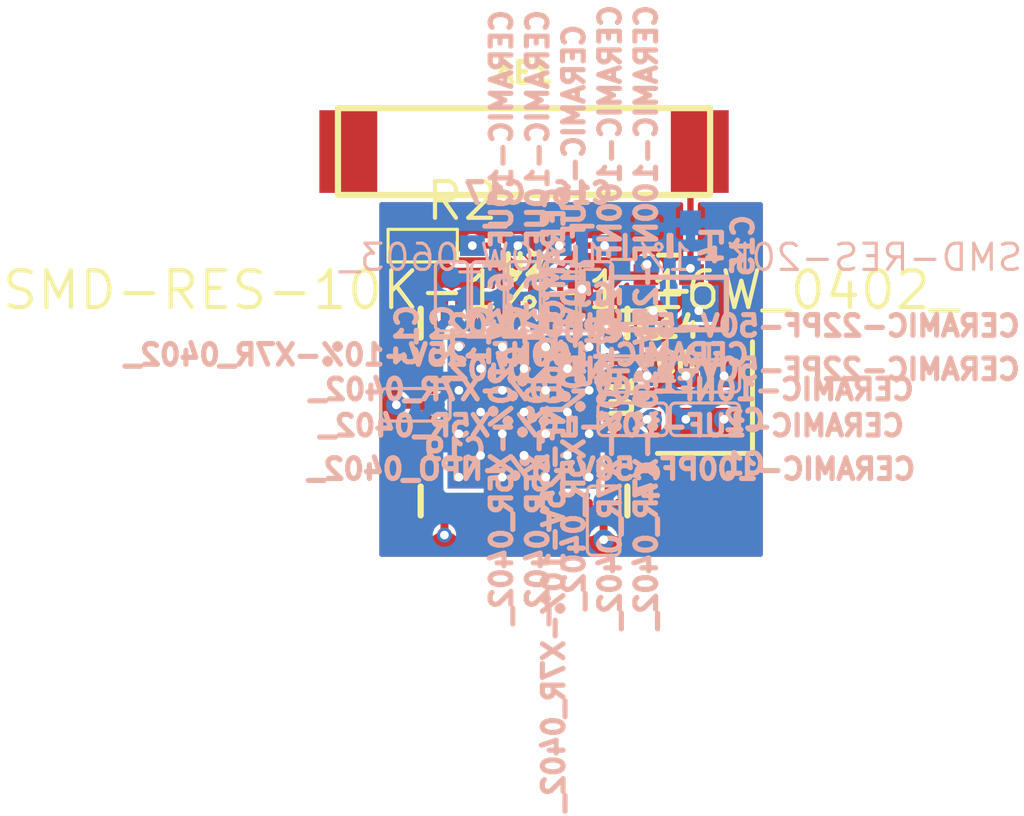
<source format=kicad_pcb>
(kicad_pcb (version 4) (host pcbnew 4.0.6)

  (general
    (links 52)
    (no_connects 1)
    (area 0 0 0 0)
    (thickness 1.6)
    (drawings 1)
    (tracks 116)
    (zones 0)
    (modules 23)
    (nets 14)
  )

  (page A4)
  (layers
    (0 F.Cu signal)
    (31 B.Cu signal)
    (32 B.Adhes user)
    (33 F.Adhes user)
    (34 B.Paste user)
    (35 F.Paste user)
    (36 B.SilkS user)
    (37 F.SilkS user)
    (38 B.Mask user)
    (39 F.Mask user)
    (40 Dwgs.User user)
    (41 Cmts.User user)
    (42 Eco1.User user)
    (43 Eco2.User user)
    (44 Edge.Cuts user)
    (45 Margin user)
    (46 B.CrtYd user)
    (47 F.CrtYd user)
    (48 B.Fab user hide)
    (49 F.Fab user hide)
  )

  (setup
    (last_trace_width 0.1524)
    (trace_clearance 0.1016)
    (zone_clearance 0.1016)
    (zone_45_only no)
    (trace_min 0.1016)
    (segment_width 0.2)
    (edge_width 0.1)
    (via_size 0.36)
    (via_drill 0.21)
    (via_min_size 0.352)
    (via_min_drill 0.2)
    (uvia_size 0.3)
    (uvia_drill 0.1)
    (uvias_allowed no)
    (uvia_min_size 0)
    (uvia_min_drill 0)
    (pcb_text_width 0.3)
    (pcb_text_size 1.5 1.5)
    (mod_edge_width 0.15)
    (mod_text_size 0.5 0.5)
    (mod_text_width 0.125)
    (pad_size 16.25 16.25)
    (pad_drill 0)
    (pad_to_mask_clearance 0)
    (aux_axis_origin 0 0)
    (visible_elements FFFEFF7F)
    (pcbplotparams
      (layerselection 0x00030_80000001)
      (usegerberextensions false)
      (excludeedgelayer true)
      (linewidth 0.050000)
      (plotframeref false)
      (viasonmask false)
      (mode 1)
      (useauxorigin false)
      (hpglpennumber 1)
      (hpglpenspeed 20)
      (hpglpendiameter 15)
      (hpglpenoverlay 2)
      (psnegative false)
      (psa4output false)
      (plotreference true)
      (plotvalue true)
      (plotinvisibletext false)
      (padsonsilk false)
      (subtractmaskfromsilk false)
      (outputformat 1)
      (mirror false)
      (drillshape 1)
      (scaleselection 1)
      (outputdirectory ""))
  )

  (net 0 "")
  (net 1 GND)
  (net 2 "Net-(C1-Pad2)")
  (net 3 "Net-(C2-Pad1)")
  (net 4 VCC)
  (net 5 "Net-(C5-Pad1)")
  (net 6 "Net-(C6-Pad1)")
  (net 7 "Net-(C14-Pad2)")
  (net 8 "Net-(C16-Pad1)")
  (net 9 "Net-(C16-Pad2)")
  (net 10 "Net-(C17-Pad1)")
  (net 11 "Net-(C17-Pad2)")
  (net 12 "Net-(AE1-Pad1)")
  (net 13 CHIP_PU)

  (net_class Default "This is the default net class."
    (clearance 0.1016)
    (trace_width 0.1524)
    (via_dia 0.36)
    (via_drill 0.21)
    (uvia_dia 0.3)
    (uvia_drill 0.1)
    (add_net CHIP_PU)
    (add_net "Net-(AE1-Pad1)")
    (add_net "Net-(C1-Pad2)")
    (add_net "Net-(C14-Pad2)")
    (add_net "Net-(C16-Pad1)")
    (add_net "Net-(C16-Pad2)")
    (add_net "Net-(C17-Pad1)")
    (add_net "Net-(C17-Pad2)")
    (add_net "Net-(C2-Pad1)")
    (add_net "Net-(C5-Pad1)")
    (add_net "Net-(C6-Pad1)")
  )

  (net_class Power ""
    (clearance 0.1016)
    (trace_width 0.2286)
    (via_dia 0.36)
    (via_drill 0.21)
    (uvia_dia 0.3)
    (uvia_drill 0.1)
    (add_net GND)
    (add_net VCC)
  )

  (module ESP32-footprints-Lib:QFN48_5x5_mm (layer F.Cu) (tedit 59B2BDF2) (tstamp 59AEF010)
    (at 147 112 180)
    (path /59ABFAA4)
    (fp_text reference U2 (at 0 3.556 180) (layer F.SilkS)
      (effects (font (size 0.5 0.5) (thickness 0.125)))
    )
    (fp_text value ESP32 (at 0 -3.556 180) (layer F.Fab)
      (effects (font (size 0.5 0.5) (thickness 0.125)))
    )
    (fp_circle (center -3.15 2.15) (end -3.15 1.8) (layer F.SilkS) (width 0.15))
    (fp_line (start -2.5 -2.5) (end -2.5 -1.8) (layer F.SilkS) (width 0.15))
    (fp_line (start -2.5 2.5) (end -2.5 1.8) (layer F.SilkS) (width 0.15))
    (fp_line (start 2.5 -1.8) (end 2.5 -2.5) (layer F.SilkS) (width 0.15))
    (fp_line (start 2.5 2.5) (end 2.5 1.8) (layer F.SilkS) (width 0.15))
    (pad 39 smd oval (at -2.5 -1.575 180) (size 0.8 0.18) (layers F.Cu F.Paste F.Mask))
    (pad 38 smd oval (at -2.275 -2.5 270) (size 0.8 0.18) (layers F.Cu F.Paste F.Mask))
    (pad 24 smd oval (at 2.5 -1.575 180) (size 0.8 0.18) (layers F.Cu F.Paste F.Mask))
    (pad 1 smd oval (at -2.275 2.5 270) (size 0.8 0.18) (layers F.Cu F.Paste F.Mask)
      (net 4 VCC))
    (pad 49 smd rect (at 0 0 180) (size 3.7 3.7) (layers F.Cu F.Paste F.Mask)
      (net 1 GND))
    (pad 23 smd oval (at 2.5 -1.225 180) (size 0.8 0.18) (layers F.Cu F.Paste F.Mask))
    (pad 22 smd oval (at 2.5 -0.875 180) (size 0.8 0.18) (layers F.Cu F.Paste F.Mask))
    (pad 21 smd oval (at 2.5 -0.525 180) (size 0.8 0.18) (layers F.Cu F.Paste F.Mask))
    (pad 20 smd oval (at 2.5 -0.175 180) (size 0.8 0.18) (layers F.Cu F.Paste F.Mask))
    (pad 19 smd oval (at 2.5 0.175 180) (size 0.8 0.18) (layers F.Cu F.Paste F.Mask)
      (net 4 VCC))
    (pad 18 smd oval (at 2.5 0.525 180) (size 0.8 0.18) (layers F.Cu F.Paste F.Mask))
    (pad 17 smd oval (at 2.5 0.875 180) (size 0.8 0.18) (layers F.Cu F.Paste F.Mask))
    (pad 16 smd oval (at 2.5 1.225 180) (size 0.8 0.18) (layers F.Cu F.Paste F.Mask))
    (pad 15 smd oval (at 2.5 1.575 180) (size 0.8 0.18) (layers F.Cu F.Paste F.Mask))
    (pad 40 smd oval (at -2.5 -1.225 180) (size 0.8 0.18) (layers F.Cu F.Paste F.Mask))
    (pad 41 smd oval (at -2.5 -0.875 180) (size 0.8 0.18) (layers F.Cu F.Paste F.Mask))
    (pad 42 smd oval (at -2.5 -0.525 180) (size 0.8 0.18) (layers F.Cu F.Paste F.Mask))
    (pad 43 smd oval (at -2.5 -0.175 180) (size 0.8 0.18) (layers F.Cu F.Paste F.Mask)
      (net 4 VCC))
    (pad 44 smd oval (at -2.5 0.175 180) (size 0.8 0.18) (layers F.Cu F.Paste F.Mask)
      (net 2 "Net-(C1-Pad2)"))
    (pad 45 smd oval (at -2.5 0.525 180) (size 0.8 0.18) (layers F.Cu F.Paste F.Mask)
      (net 3 "Net-(C2-Pad1)"))
    (pad 46 smd oval (at -2.5 0.875 180) (size 0.8 0.18) (layers F.Cu F.Paste F.Mask)
      (net 4 VCC))
    (pad 47 smd oval (at -2.5 1.225 180) (size 0.8 0.18) (layers F.Cu F.Paste F.Mask)
      (net 6 "Net-(C6-Pad1)"))
    (pad 48 smd oval (at -2.5 1.575 180) (size 0.8 0.18) (layers F.Cu F.Paste F.Mask)
      (net 5 "Net-(C5-Pad1)"))
    (pad 37 smd oval (at -1.925 -2.5 270) (size 0.8 0.18) (layers F.Cu F.Paste F.Mask)
      (net 4 VCC))
    (pad 36 smd oval (at -1.575 -2.5 270) (size 0.8 0.18) (layers F.Cu F.Paste F.Mask))
    (pad 35 smd oval (at -1.225 -2.5 270) (size 0.8 0.18) (layers F.Cu F.Paste F.Mask))
    (pad 34 smd oval (at -0.875 -2.5 270) (size 0.8 0.18) (layers F.Cu F.Paste F.Mask))
    (pad 33 smd oval (at -0.525 -2.5 270) (size 0.8 0.18) (layers F.Cu F.Paste F.Mask))
    (pad 32 smd oval (at -0.175 -2.5 270) (size 0.8 0.18) (layers F.Cu F.Paste F.Mask))
    (pad 31 smd oval (at 0.175 -2.5 270) (size 0.8 0.18) (layers F.Cu F.Paste F.Mask))
    (pad 30 smd oval (at 0.525 -2.5 270) (size 0.8 0.18) (layers F.Cu F.Paste F.Mask))
    (pad 29 smd oval (at 0.875 -2.5 270) (size 0.8 0.18) (layers F.Cu F.Paste F.Mask))
    (pad 28 smd oval (at 1.225 -2.5 270) (size 0.8 0.18) (layers F.Cu F.Paste F.Mask))
    (pad 27 smd oval (at 1.575 -2.5 270) (size 0.8 0.18) (layers F.Cu F.Paste F.Mask))
    (pad 26 smd oval (at 1.925 -2.5 270) (size 0.8 0.18) (layers F.Cu F.Paste F.Mask)
      (net 4 VCC))
    (pad 25 smd oval (at 2.275 -2.5 270) (size 0.8 0.18) (layers F.Cu F.Paste F.Mask))
    (pad 2 smd oval (at -1.925 2.5 270) (size 0.8 0.18) (layers F.Cu F.Paste F.Mask)
      (net 7 "Net-(C14-Pad2)"))
    (pad 3 smd oval (at -1.575 2.5 270) (size 0.8 0.18) (layers F.Cu F.Paste F.Mask)
      (net 4 VCC))
    (pad 4 smd oval (at -1.225 2.5 270) (size 0.8 0.18) (layers F.Cu F.Paste F.Mask)
      (net 4 VCC))
    (pad 5 smd oval (at -0.875 2.5 270) (size 0.8 0.18) (layers F.Cu F.Paste F.Mask)
      (net 8 "Net-(C16-Pad1)"))
    (pad 6 smd oval (at -0.525 2.5 270) (size 0.8 0.18) (layers F.Cu F.Paste F.Mask)
      (net 9 "Net-(C16-Pad2)"))
    (pad 7 smd oval (at -0.175 2.5 270) (size 0.8 0.18) (layers F.Cu F.Paste F.Mask)
      (net 10 "Net-(C17-Pad1)"))
    (pad 8 smd oval (at 0.175 2.5 270) (size 0.8 0.18) (layers F.Cu F.Paste F.Mask)
      (net 11 "Net-(C17-Pad2)"))
    (pad 9 smd oval (at 0.525 2.5 270) (size 0.8 0.18) (layers F.Cu F.Paste F.Mask)
      (net 13 CHIP_PU))
    (pad 10 smd oval (at 0.875 2.5 270) (size 0.8 0.18) (layers F.Cu F.Paste F.Mask))
    (pad 11 smd oval (at 1.225 2.5 270) (size 0.8 0.18) (layers F.Cu F.Paste F.Mask))
    (pad 12 smd oval (at 1.575 2.5 270) (size 0.8 0.18) (layers F.Cu F.Paste F.Mask))
    (pad 13 smd oval (at 1.925 2.5 270) (size 0.8 0.18) (layers F.Cu F.Paste F.Mask))
    (pad 14 smd oval (at 2.275 2.5 270) (size 0.8 0.18) (layers F.Cu F.Paste F.Mask))
    (pad 49 smd rect (at 0 0 180) (size 3.7 3.7) (layers B.Cu F.Paste F.Mask)
      (net 1 GND) (zone_connect 1) (thermal_width 3))
  )

  (module Capacitors_SMD:C_0402 (layer F.Cu) (tedit 58AA841A) (tstamp 59AED419)
    (at 150.675 109.55 180)
    (descr "Capacitor SMD 0402, reflow soldering, AVX (see smccp.pdf)")
    (tags "capacitor 0402")
    (path /59AEE4C8)
    (attr smd)
    (fp_text reference C6 (at 0 -1.27 180) (layer F.SilkS)
      (effects (font (size 0.5 0.5) (thickness 0.125)))
    )
    (fp_text value 3.3nF (at 0 1.27 180) (layer F.Fab)
      (effects (font (size 0.5 0.5) (thickness 0.125)))
    )
    (fp_text user %R (at 0 -1.27 180) (layer F.Fab)
      (effects (font (size 0.5 0.5) (thickness 0.125)))
    )
    (fp_line (start -0.5 0.25) (end -0.5 -0.25) (layer F.Fab) (width 0.1))
    (fp_line (start 0.5 0.25) (end -0.5 0.25) (layer F.Fab) (width 0.1))
    (fp_line (start 0.5 -0.25) (end 0.5 0.25) (layer F.Fab) (width 0.1))
    (fp_line (start -0.5 -0.25) (end 0.5 -0.25) (layer F.Fab) (width 0.1))
    (fp_line (start 0.25 -0.47) (end -0.25 -0.47) (layer F.SilkS) (width 0.12))
    (fp_line (start -0.25 0.47) (end 0.25 0.47) (layer F.SilkS) (width 0.12))
    (fp_line (start -1 -0.4) (end 1 -0.4) (layer F.CrtYd) (width 0.05))
    (fp_line (start -1 -0.4) (end -1 0.4) (layer F.CrtYd) (width 0.05))
    (fp_line (start 1 0.4) (end 1 -0.4) (layer F.CrtYd) (width 0.05))
    (fp_line (start 1 0.4) (end -1 0.4) (layer F.CrtYd) (width 0.05))
    (pad 1 smd rect (at -0.55 0 180) (size 0.6 0.5) (layers F.Cu F.Paste F.Mask)
      (net 6 "Net-(C6-Pad1)"))
    (pad 2 smd rect (at 0.55 0 180) (size 0.6 0.5) (layers F.Cu F.Paste F.Mask)
      (net 5 "Net-(C5-Pad1)"))
    (model Capacitors_SMD.3dshapes/C_0402.wrl
      (at (xyz 0 0 0))
      (scale (xyz 1 1 1))
      (rotate (xyz 0 0 0))
    )
  )

  (module Capacitors_SMD:C_0402 (layer F.Cu) (tedit 58AA841A) (tstamp 59AED43D)
    (at 150.5 108.675 180)
    (descr "Capacitor SMD 0402, reflow soldering, AVX (see smccp.pdf)")
    (tags "capacitor 0402")
    (path /59AF3F0B)
    (attr smd)
    (fp_text reference C14 (at 0 -1.27 180) (layer F.SilkS)
      (effects (font (size 0.5 0.5) (thickness 0.125)))
    )
    (fp_text value 3.9pF (at 0 1.27 180) (layer F.Fab)
      (effects (font (size 0.5 0.5) (thickness 0.125)))
    )
    (fp_text user %R (at 0 -1.27 180) (layer F.Fab)
      (effects (font (size 0.5 0.5) (thickness 0.125)))
    )
    (fp_line (start -0.5 0.25) (end -0.5 -0.25) (layer F.Fab) (width 0.1))
    (fp_line (start 0.5 0.25) (end -0.5 0.25) (layer F.Fab) (width 0.1))
    (fp_line (start 0.5 -0.25) (end 0.5 0.25) (layer F.Fab) (width 0.1))
    (fp_line (start -0.5 -0.25) (end 0.5 -0.25) (layer F.Fab) (width 0.1))
    (fp_line (start 0.25 -0.47) (end -0.25 -0.47) (layer F.SilkS) (width 0.12))
    (fp_line (start -0.25 0.47) (end 0.25 0.47) (layer F.SilkS) (width 0.12))
    (fp_line (start -1 -0.4) (end 1 -0.4) (layer F.CrtYd) (width 0.05))
    (fp_line (start -1 -0.4) (end -1 0.4) (layer F.CrtYd) (width 0.05))
    (fp_line (start 1 0.4) (end 1 -0.4) (layer F.CrtYd) (width 0.05))
    (fp_line (start 1 0.4) (end -1 0.4) (layer F.CrtYd) (width 0.05))
    (pad 1 smd rect (at -0.55 0 180) (size 0.6 0.5) (layers F.Cu F.Paste F.Mask)
      (net 12 "Net-(AE1-Pad1)"))
    (pad 2 smd rect (at 0.55 0 180) (size 0.6 0.5) (layers F.Cu F.Paste F.Mask)
      (net 7 "Net-(C14-Pad2)"))
    (model Capacitors_SMD.3dshapes/C_0402.wrl
      (at (xyz 0 0 0))
      (scale (xyz 1 1 1))
      (rotate (xyz 0 0 0))
    )
  )

  (module Capacitors_SMD:C_0402 (layer B.Cu) (tedit 58AA841A) (tstamp 59AED443)
    (at 151.025 107.975 90)
    (descr "Capacitor SMD 0402, reflow soldering, AVX (see smccp.pdf)")
    (tags "capacitor 0402")
    (path /59AF41F2)
    (attr smd)
    (fp_text reference C15 (at 0 1.27 90) (layer B.SilkS)
      (effects (font (size 0.5 0.5) (thickness 0.125)) (justify mirror))
    )
    (fp_text value 2.4pF (at 0 -1.27 90) (layer B.Fab)
      (effects (font (size 0.5 0.5) (thickness 0.125)) (justify mirror))
    )
    (fp_text user %R (at 0 1.27 90) (layer B.Fab)
      (effects (font (size 0.5 0.5) (thickness 0.125)) (justify mirror))
    )
    (fp_line (start -0.5 -0.25) (end -0.5 0.25) (layer B.Fab) (width 0.1))
    (fp_line (start 0.5 -0.25) (end -0.5 -0.25) (layer B.Fab) (width 0.1))
    (fp_line (start 0.5 0.25) (end 0.5 -0.25) (layer B.Fab) (width 0.1))
    (fp_line (start -0.5 0.25) (end 0.5 0.25) (layer B.Fab) (width 0.1))
    (fp_line (start 0.25 0.47) (end -0.25 0.47) (layer B.SilkS) (width 0.12))
    (fp_line (start -0.25 -0.47) (end 0.25 -0.47) (layer B.SilkS) (width 0.12))
    (fp_line (start -1 0.4) (end 1 0.4) (layer B.CrtYd) (width 0.05))
    (fp_line (start -1 0.4) (end -1 -0.4) (layer B.CrtYd) (width 0.05))
    (fp_line (start 1 -0.4) (end 1 0.4) (layer B.CrtYd) (width 0.05))
    (fp_line (start 1 -0.4) (end -1 -0.4) (layer B.CrtYd) (width 0.05))
    (pad 1 smd rect (at -0.55 0 90) (size 0.6 0.5) (layers B.Cu B.Paste B.Mask)
      (net 12 "Net-(AE1-Pad1)"))
    (pad 2 smd rect (at 0.55 0 90) (size 0.6 0.5) (layers B.Cu B.Paste B.Mask)
      (net 1 GND))
    (model Capacitors_SMD.3dshapes/C_0402.wrl
      (at (xyz 0 0 0))
      (scale (xyz 1 1 1))
      (rotate (xyz 0 0 0))
    )
  )

  (module Capacitors_SMD:C_0402 (layer B.Cu) (tedit 58AA841A) (tstamp 59AED449)
    (at 148.4 107.975 180)
    (descr "Capacitor SMD 0402, reflow soldering, AVX (see smccp.pdf)")
    (tags "capacitor 0402")
    (path /59AEF6C1)
    (attr smd)
    (fp_text reference C16 (at 0 1.27 180) (layer B.SilkS)
      (effects (font (size 0.5 0.5) (thickness 0.125)) (justify mirror))
    )
    (fp_text value 270p (at 0 -1.27 180) (layer B.Fab)
      (effects (font (size 0.5 0.5) (thickness 0.125)) (justify mirror))
    )
    (fp_text user %R (at 0 1.27 180) (layer B.Fab)
      (effects (font (size 0.5 0.5) (thickness 0.125)) (justify mirror))
    )
    (fp_line (start -0.5 -0.25) (end -0.5 0.25) (layer B.Fab) (width 0.1))
    (fp_line (start 0.5 -0.25) (end -0.5 -0.25) (layer B.Fab) (width 0.1))
    (fp_line (start 0.5 0.25) (end 0.5 -0.25) (layer B.Fab) (width 0.1))
    (fp_line (start -0.5 0.25) (end 0.5 0.25) (layer B.Fab) (width 0.1))
    (fp_line (start 0.25 0.47) (end -0.25 0.47) (layer B.SilkS) (width 0.12))
    (fp_line (start -0.25 -0.47) (end 0.25 -0.47) (layer B.SilkS) (width 0.12))
    (fp_line (start -1 0.4) (end 1 0.4) (layer B.CrtYd) (width 0.05))
    (fp_line (start -1 0.4) (end -1 -0.4) (layer B.CrtYd) (width 0.05))
    (fp_line (start 1 -0.4) (end 1 0.4) (layer B.CrtYd) (width 0.05))
    (fp_line (start 1 -0.4) (end -1 -0.4) (layer B.CrtYd) (width 0.05))
    (pad 1 smd rect (at -0.55 0 180) (size 0.6 0.5) (layers B.Cu B.Paste B.Mask)
      (net 8 "Net-(C16-Pad1)"))
    (pad 2 smd rect (at 0.55 0 180) (size 0.6 0.5) (layers B.Cu B.Paste B.Mask)
      (net 9 "Net-(C16-Pad2)"))
    (model Capacitors_SMD.3dshapes/C_0402.wrl
      (at (xyz 0 0 0))
      (scale (xyz 1 1 1))
      (rotate (xyz 0 0 0))
    )
  )

  (module Capacitors_SMD:C_0402 (layer B.Cu) (tedit 58AA841A) (tstamp 59AED44F)
    (at 146.3 107.975 180)
    (descr "Capacitor SMD 0402, reflow soldering, AVX (see smccp.pdf)")
    (tags "capacitor 0402")
    (path /59AEF88C)
    (attr smd)
    (fp_text reference C17 (at 0 1.27 180) (layer B.SilkS)
      (effects (font (size 0.5 0.5) (thickness 0.125)) (justify mirror))
    )
    (fp_text value 270p (at 0 -1.27 180) (layer B.Fab)
      (effects (font (size 0.5 0.5) (thickness 0.125)) (justify mirror))
    )
    (fp_text user %R (at 0 1.27 180) (layer B.Fab)
      (effects (font (size 0.5 0.5) (thickness 0.125)) (justify mirror))
    )
    (fp_line (start -0.5 -0.25) (end -0.5 0.25) (layer B.Fab) (width 0.1))
    (fp_line (start 0.5 -0.25) (end -0.5 -0.25) (layer B.Fab) (width 0.1))
    (fp_line (start 0.5 0.25) (end 0.5 -0.25) (layer B.Fab) (width 0.1))
    (fp_line (start -0.5 0.25) (end 0.5 0.25) (layer B.Fab) (width 0.1))
    (fp_line (start 0.25 0.47) (end -0.25 0.47) (layer B.SilkS) (width 0.12))
    (fp_line (start -0.25 -0.47) (end 0.25 -0.47) (layer B.SilkS) (width 0.12))
    (fp_line (start -1 0.4) (end 1 0.4) (layer B.CrtYd) (width 0.05))
    (fp_line (start -1 0.4) (end -1 -0.4) (layer B.CrtYd) (width 0.05))
    (fp_line (start 1 -0.4) (end 1 0.4) (layer B.CrtYd) (width 0.05))
    (fp_line (start 1 -0.4) (end -1 -0.4) (layer B.CrtYd) (width 0.05))
    (pad 1 smd rect (at -0.55 0 180) (size 0.6 0.5) (layers B.Cu B.Paste B.Mask)
      (net 10 "Net-(C17-Pad1)"))
    (pad 2 smd rect (at 0.55 0 180) (size 0.6 0.5) (layers B.Cu B.Paste B.Mask)
      (net 11 "Net-(C17-Pad2)"))
    (model Capacitors_SMD.3dshapes/C_0402.wrl
      (at (xyz 0 0 0))
      (scale (xyz 1 1 1))
      (rotate (xyz 0 0 0))
    )
  )

  (module Crystals:Crystal_SMD_2016-4pin_2.0x1.6mm (layer F.Cu) (tedit 58CD2E9C) (tstamp 59AED521)
    (at 151.375 111.65 90)
    (descr "SMD Crystal SERIES SMD2016/4 http://www.q-crystal.com/upload/5/2015552223166229.pdf, 2.0x1.6mm^2 package")
    (tags "SMD SMT crystal")
    (path /59AF0764)
    (attr smd)
    (fp_text reference U1 (at 0 -2 90) (layer F.SilkS)
      (effects (font (size 0.5 0.5) (thickness 0.125)))
    )
    (fp_text value 40MHz (at 0 2 90) (layer F.Fab)
      (effects (font (size 0.5 0.5) (thickness 0.125)))
    )
    (fp_text user %R (at 0 0 90) (layer F.Fab)
      (effects (font (size 0.5 0.5) (thickness 0.125)))
    )
    (fp_line (start -0.9 -0.8) (end 0.9 -0.8) (layer F.Fab) (width 0.1))
    (fp_line (start 0.9 -0.8) (end 1 -0.7) (layer F.Fab) (width 0.1))
    (fp_line (start 1 -0.7) (end 1 0.7) (layer F.Fab) (width 0.1))
    (fp_line (start 1 0.7) (end 0.9 0.8) (layer F.Fab) (width 0.1))
    (fp_line (start 0.9 0.8) (end -0.9 0.8) (layer F.Fab) (width 0.1))
    (fp_line (start -0.9 0.8) (end -1 0.7) (layer F.Fab) (width 0.1))
    (fp_line (start -1 0.7) (end -1 -0.7) (layer F.Fab) (width 0.1))
    (fp_line (start -1 -0.7) (end -0.9 -0.8) (layer F.Fab) (width 0.1))
    (fp_line (start -1 0.3) (end -0.5 0.8) (layer F.Fab) (width 0.1))
    (fp_line (start -1.35 -1.15) (end -1.35 1.15) (layer F.SilkS) (width 0.12))
    (fp_line (start -1.35 1.15) (end 1.35 1.15) (layer F.SilkS) (width 0.12))
    (fp_line (start -1.4 -1.3) (end -1.4 1.3) (layer F.CrtYd) (width 0.05))
    (fp_line (start -1.4 1.3) (end 1.4 1.3) (layer F.CrtYd) (width 0.05))
    (fp_line (start 1.4 1.3) (end 1.4 -1.3) (layer F.CrtYd) (width 0.05))
    (fp_line (start 1.4 -1.3) (end -1.4 -1.3) (layer F.CrtYd) (width 0.05))
    (pad 1 smd rect (at -0.7 0.55 90) (size 0.9 0.8) (layers F.Cu F.Paste F.Mask)
      (net 2 "Net-(C1-Pad2)"))
    (pad 2 smd rect (at 0.7 0.55 90) (size 0.9 0.8) (layers F.Cu F.Paste F.Mask)
      (net 1 GND))
    (pad 3 smd rect (at 0.7 -0.55 90) (size 0.9 0.8) (layers F.Cu F.Paste F.Mask)
      (net 3 "Net-(C2-Pad1)"))
    (pad 4 smd rect (at -0.7 -0.55 90) (size 0.9 0.8) (layers F.Cu F.Paste F.Mask)
      (net 1 GND))
    (model ${KISYS3DMOD}/Crystals.3dshapes/Crystal_SMD_2016-4pin_2.0x1.6mm.wrl
      (at (xyz 0 0 0))
      (scale (xyz 1 1 1))
      (rotate (xyz 0 0 0))
    )
  )

  (module Inductors_SMD:L_0402 (layer B.Cu) (tedit 58307A8A) (tstamp 59AEE5CB)
    (at 149.975 107.975 90)
    (descr "Resistor SMD 0402, reflow soldering, Vishay (see dcrcw.pdf)")
    (tags "resistor 0402")
    (path /59AF321F)
    (attr smd)
    (fp_text reference L4 (at 0 1.575 90) (layer B.SilkS)
      (effects (font (size 0.5 0.5) (thickness 0.125)) (justify mirror))
    )
    (fp_text value 2.7nH (at 0 -1.8 90) (layer B.Fab)
      (effects (font (size 0.5 0.5) (thickness 0.125)) (justify mirror))
    )
    (fp_line (start -0.5 -0.25) (end -0.5 0.25) (layer B.Fab) (width 0.1))
    (fp_line (start 0.5 -0.25) (end -0.5 -0.25) (layer B.Fab) (width 0.1))
    (fp_line (start 0.5 0.25) (end 0.5 -0.25) (layer B.Fab) (width 0.1))
    (fp_line (start -0.5 0.25) (end 0.5 0.25) (layer B.Fab) (width 0.1))
    (fp_line (start -0.95 0.65) (end 0.95 0.65) (layer B.CrtYd) (width 0.05))
    (fp_line (start -0.95 -0.65) (end 0.95 -0.65) (layer B.CrtYd) (width 0.05))
    (fp_line (start -0.95 0.65) (end -0.95 -0.65) (layer B.CrtYd) (width 0.05))
    (fp_line (start 0.95 0.65) (end 0.95 -0.65) (layer B.CrtYd) (width 0.05))
    (fp_line (start 0.25 0.53) (end -0.25 0.53) (layer B.SilkS) (width 0.12))
    (fp_line (start -0.25 -0.53) (end 0.25 -0.53) (layer B.SilkS) (width 0.12))
    (pad 1 smd rect (at -0.45 0 90) (size 0.4 0.6) (layers B.Cu B.Paste B.Mask)
      (net 7 "Net-(C14-Pad2)"))
    (pad 2 smd rect (at 0.45 0 90) (size 0.4 0.6) (layers B.Cu B.Paste B.Mask)
      (net 1 GND))
    (model Inductors_SMD.3dshapes\L_0402.wrl
      (at (xyz 0 0 0))
      (scale (xyz 1 1 1))
      (rotate (xyz 0 0 0))
    )
  )

  (module SeeedOPL-Capacitor-2016:C0402 (layer B.Cu) (tedit 200000) (tstamp 59B99556)
    (at 151.375 112.175 270)
    (descr 0402)
    (tags 0402)
    (path /59B9CB28)
    (attr smd)
    (fp_text reference C1 (at 1.0795 -0.9525 360) (layer B.SilkS)
      (effects (font (size 0.5 0.5) (thickness 0.125)) (justify mirror))
    )
    (fp_text value CERAMIC-22PF-50V-5%-NPO_0402_ (at -1.2065 -0.508 360) (layer B.SilkS)
      (effects (font (size 0.5 0.5) (thickness 0.125)) (justify mirror))
    )
    (fp_line (start 0.2667 -0.8382) (end -0.2667 -0.8382) (layer B.SilkS) (width 0.0762))
    (fp_line (start -0.3937 -0.7112) (end -0.3937 0.7112) (layer B.SilkS) (width 0.0762))
    (fp_line (start -0.2667 0.8382) (end 0.2667 0.8382) (layer B.SilkS) (width 0.0762))
    (fp_line (start 0.3937 0.7112) (end 0.3937 -0.7112) (layer B.SilkS) (width 0.0762))
    (fp_line (start 0.254 0.508) (end 0.254 -0.508) (layer Dwgs.User) (width 0.0254))
    (fp_line (start 0.254 -0.508) (end -0.254 -0.508) (layer Dwgs.User) (width 0.0254))
    (fp_line (start -0.254 -0.508) (end -0.254 0.508) (layer Dwgs.User) (width 0.0254))
    (fp_line (start -0.254 0.508) (end 0.254 0.508) (layer Dwgs.User) (width 0.0254))
    (fp_arc (start 0.2667 -0.7112) (end 0.3937 -0.7112) (angle -90) (layer B.SilkS) (width 0.0762))
    (fp_arc (start -0.2667 -0.7112) (end -0.2667 -0.8382) (angle -90) (layer B.SilkS) (width 0.0762))
    (fp_arc (start -0.2667 0.7112) (end -0.3937 0.7112) (angle -90) (layer B.SilkS) (width 0.0762))
    (fp_arc (start 0.2667 0.7112) (end 0.2667 0.8382) (angle -90) (layer B.SilkS) (width 0.0762))
    (pad 1 smd circle (at 0 0.46228) (size 0.49784 0.49784) (layers B.Cu B.Paste B.Mask)
      (net 1 GND))
    (pad 2 smd circle (at 0 -0.46228) (size 0.49784 0.49784) (layers B.Cu B.Paste B.Mask)
      (net 2 "Net-(C1-Pad2)"))
  )

  (module SeeedOPL-Capacitor-2016:C0402 (layer B.Cu) (tedit 200000) (tstamp 59B9955B)
    (at 151.375 111.125 270)
    (descr 0402)
    (tags 0402)
    (path /59B9CC10)
    (attr smd)
    (fp_text reference C2 (at 1.0795 -0.9525 360) (layer B.SilkS)
      (effects (font (size 0.5 0.5) (thickness 0.125)) (justify mirror))
    )
    (fp_text value CERAMIC-22PF-50V-5%-NPO_0402_ (at -1.2065 -0.508 360) (layer B.SilkS)
      (effects (font (size 0.5 0.5) (thickness 0.125)) (justify mirror))
    )
    (fp_line (start 0.2667 -0.8382) (end -0.2667 -0.8382) (layer B.SilkS) (width 0.0762))
    (fp_line (start -0.3937 -0.7112) (end -0.3937 0.7112) (layer B.SilkS) (width 0.0762))
    (fp_line (start -0.2667 0.8382) (end 0.2667 0.8382) (layer B.SilkS) (width 0.0762))
    (fp_line (start 0.3937 0.7112) (end 0.3937 -0.7112) (layer B.SilkS) (width 0.0762))
    (fp_line (start 0.254 0.508) (end 0.254 -0.508) (layer Dwgs.User) (width 0.0254))
    (fp_line (start 0.254 -0.508) (end -0.254 -0.508) (layer Dwgs.User) (width 0.0254))
    (fp_line (start -0.254 -0.508) (end -0.254 0.508) (layer Dwgs.User) (width 0.0254))
    (fp_line (start -0.254 0.508) (end 0.254 0.508) (layer Dwgs.User) (width 0.0254))
    (fp_arc (start 0.2667 -0.7112) (end 0.3937 -0.7112) (angle -90) (layer B.SilkS) (width 0.0762))
    (fp_arc (start -0.2667 -0.7112) (end -0.2667 -0.8382) (angle -90) (layer B.SilkS) (width 0.0762))
    (fp_arc (start -0.2667 0.7112) (end -0.3937 0.7112) (angle -90) (layer B.SilkS) (width 0.0762))
    (fp_arc (start 0.2667 0.7112) (end 0.2667 0.8382) (angle -90) (layer B.SilkS) (width 0.0762))
    (pad 1 smd circle (at 0 0.46228) (size 0.49784 0.49784) (layers B.Cu B.Paste B.Mask)
      (net 3 "Net-(C2-Pad1)"))
    (pad 2 smd circle (at 0 -0.46228) (size 0.49784 0.49784) (layers B.Cu B.Paste B.Mask)
      (net 1 GND))
  )

  (module SeeedOPL-Capacitor-2016:C0402 (layer B.Cu) (tedit 200000) (tstamp 59B99560)
    (at 148.925 114.625)
    (descr 0402)
    (tags 0402)
    (path /59B997FE)
    (attr smd)
    (fp_text reference C4 (at 1.0795 -0.9525 90) (layer B.SilkS)
      (effects (font (size 0.5 0.5) (thickness 0.125)) (justify mirror))
    )
    (fp_text value CERAMIC-100NF-25V-10%-X7R_0402_ (at -1.2065 -0.508 90) (layer B.SilkS)
      (effects (font (size 0.5 0.5) (thickness 0.125)) (justify mirror))
    )
    (fp_line (start 0.2667 -0.8382) (end -0.2667 -0.8382) (layer B.SilkS) (width 0.0762))
    (fp_line (start -0.3937 -0.7112) (end -0.3937 0.7112) (layer B.SilkS) (width 0.0762))
    (fp_line (start -0.2667 0.8382) (end 0.2667 0.8382) (layer B.SilkS) (width 0.0762))
    (fp_line (start 0.3937 0.7112) (end 0.3937 -0.7112) (layer B.SilkS) (width 0.0762))
    (fp_line (start 0.254 0.508) (end 0.254 -0.508) (layer Dwgs.User) (width 0.0254))
    (fp_line (start 0.254 -0.508) (end -0.254 -0.508) (layer Dwgs.User) (width 0.0254))
    (fp_line (start -0.254 -0.508) (end -0.254 0.508) (layer Dwgs.User) (width 0.0254))
    (fp_line (start -0.254 0.508) (end 0.254 0.508) (layer Dwgs.User) (width 0.0254))
    (fp_arc (start 0.2667 -0.7112) (end 0.3937 -0.7112) (angle -90) (layer B.SilkS) (width 0.0762))
    (fp_arc (start -0.2667 -0.7112) (end -0.2667 -0.8382) (angle -90) (layer B.SilkS) (width 0.0762))
    (fp_arc (start -0.2667 0.7112) (end -0.3937 0.7112) (angle -90) (layer B.SilkS) (width 0.0762))
    (fp_arc (start 0.2667 0.7112) (end 0.2667 0.8382) (angle -90) (layer B.SilkS) (width 0.0762))
    (pad 1 smd circle (at 0 0.46228 90) (size 0.49784 0.49784) (layers B.Cu B.Paste B.Mask)
      (net 4 VCC))
    (pad 2 smd circle (at 0 -0.46228 90) (size 0.49784 0.49784) (layers B.Cu B.Paste B.Mask)
      (net 1 GND))
  )

  (module SeeedOPL-Capacitor-2016:C0402 (layer B.Cu) (tedit 200000) (tstamp 59B99565)
    (at 149.625 110.25 90)
    (descr 0402)
    (tags 0402)
    (path /59B9C517)
    (attr smd)
    (fp_text reference C5 (at 1.0795 -0.9525 180) (layer B.SilkS)
      (effects (font (size 0.5 0.5) (thickness 0.125)) (justify mirror))
    )
    (fp_text value CERAMIC-10NF-50V-10%-X7R_0402_ (at -1.2065 -0.508 180) (layer B.SilkS)
      (effects (font (size 0.5 0.5) (thickness 0.125)) (justify mirror))
    )
    (fp_line (start 0.2667 -0.8382) (end -0.2667 -0.8382) (layer B.SilkS) (width 0.0762))
    (fp_line (start -0.3937 -0.7112) (end -0.3937 0.7112) (layer B.SilkS) (width 0.0762))
    (fp_line (start -0.2667 0.8382) (end 0.2667 0.8382) (layer B.SilkS) (width 0.0762))
    (fp_line (start 0.3937 0.7112) (end 0.3937 -0.7112) (layer B.SilkS) (width 0.0762))
    (fp_line (start 0.254 0.508) (end 0.254 -0.508) (layer Dwgs.User) (width 0.0254))
    (fp_line (start 0.254 -0.508) (end -0.254 -0.508) (layer Dwgs.User) (width 0.0254))
    (fp_line (start -0.254 -0.508) (end -0.254 0.508) (layer Dwgs.User) (width 0.0254))
    (fp_line (start -0.254 0.508) (end 0.254 0.508) (layer Dwgs.User) (width 0.0254))
    (fp_arc (start 0.2667 -0.7112) (end 0.3937 -0.7112) (angle -90) (layer B.SilkS) (width 0.0762))
    (fp_arc (start -0.2667 -0.7112) (end -0.2667 -0.8382) (angle -90) (layer B.SilkS) (width 0.0762))
    (fp_arc (start -0.2667 0.7112) (end -0.3937 0.7112) (angle -90) (layer B.SilkS) (width 0.0762))
    (fp_arc (start 0.2667 0.7112) (end 0.2667 0.8382) (angle -90) (layer B.SilkS) (width 0.0762))
    (pad 1 smd circle (at 0 0.46228 180) (size 0.49784 0.49784) (layers B.Cu B.Paste B.Mask)
      (net 5 "Net-(C5-Pad1)"))
    (pad 2 smd circle (at 0 -0.46228 180) (size 0.49784 0.49784) (layers B.Cu B.Paste B.Mask)
      (net 1 GND))
  )

  (module SeeedOPL-Capacitor-2016:C0402 (layer B.Cu) (tedit 200000) (tstamp 59B9956A)
    (at 148.75 109.2 180)
    (descr 0402)
    (tags 0402)
    (path /59B99923)
    (attr smd)
    (fp_text reference C9 (at 1.0795 -0.9525 270) (layer B.SilkS)
      (effects (font (size 0.5 0.5) (thickness 0.125)) (justify mirror))
    )
    (fp_text value CERAMIC-100NF-25V-10%-X7R_0402_ (at -1.2065 -0.508 270) (layer B.SilkS)
      (effects (font (size 0.5 0.5) (thickness 0.125)) (justify mirror))
    )
    (fp_line (start 0.2667 -0.8382) (end -0.2667 -0.8382) (layer B.SilkS) (width 0.0762))
    (fp_line (start -0.3937 -0.7112) (end -0.3937 0.7112) (layer B.SilkS) (width 0.0762))
    (fp_line (start -0.2667 0.8382) (end 0.2667 0.8382) (layer B.SilkS) (width 0.0762))
    (fp_line (start 0.3937 0.7112) (end 0.3937 -0.7112) (layer B.SilkS) (width 0.0762))
    (fp_line (start 0.254 0.508) (end 0.254 -0.508) (layer Dwgs.User) (width 0.0254))
    (fp_line (start 0.254 -0.508) (end -0.254 -0.508) (layer Dwgs.User) (width 0.0254))
    (fp_line (start -0.254 -0.508) (end -0.254 0.508) (layer Dwgs.User) (width 0.0254))
    (fp_line (start -0.254 0.508) (end 0.254 0.508) (layer Dwgs.User) (width 0.0254))
    (fp_arc (start 0.2667 -0.7112) (end 0.3937 -0.7112) (angle -90) (layer B.SilkS) (width 0.0762))
    (fp_arc (start -0.2667 -0.7112) (end -0.2667 -0.8382) (angle -90) (layer B.SilkS) (width 0.0762))
    (fp_arc (start -0.2667 0.7112) (end -0.3937 0.7112) (angle -90) (layer B.SilkS) (width 0.0762))
    (fp_arc (start 0.2667 0.7112) (end 0.2667 0.8382) (angle -90) (layer B.SilkS) (width 0.0762))
    (pad 1 smd circle (at 0 0.46228 270) (size 0.49784 0.49784) (layers B.Cu B.Paste B.Mask)
      (net 4 VCC))
    (pad 2 smd circle (at 0 -0.46228 270) (size 0.49784 0.49784) (layers B.Cu B.Paste B.Mask)
      (net 1 GND))
  )

  (module SeeedOPL-Capacitor-2016:C0402 (layer B.Cu) (tedit 200000) (tstamp 59B9956F)
    (at 147.875 109.2 180)
    (descr 0402)
    (tags 0402)
    (path /59B995D7)
    (attr smd)
    (fp_text reference C10 (at 1.0795 -0.9525 270) (layer B.SilkS)
      (effects (font (size 0.5 0.5) (thickness 0.125)) (justify mirror))
    )
    (fp_text value CERAMIC-100NF-25V-10%-X7R_0402_ (at -1.2065 -0.508 270) (layer B.SilkS)
      (effects (font (size 0.5 0.5) (thickness 0.125)) (justify mirror))
    )
    (fp_line (start 0.2667 -0.8382) (end -0.2667 -0.8382) (layer B.SilkS) (width 0.0762))
    (fp_line (start -0.3937 -0.7112) (end -0.3937 0.7112) (layer B.SilkS) (width 0.0762))
    (fp_line (start -0.2667 0.8382) (end 0.2667 0.8382) (layer B.SilkS) (width 0.0762))
    (fp_line (start 0.3937 0.7112) (end 0.3937 -0.7112) (layer B.SilkS) (width 0.0762))
    (fp_line (start 0.254 0.508) (end 0.254 -0.508) (layer Dwgs.User) (width 0.0254))
    (fp_line (start 0.254 -0.508) (end -0.254 -0.508) (layer Dwgs.User) (width 0.0254))
    (fp_line (start -0.254 -0.508) (end -0.254 0.508) (layer Dwgs.User) (width 0.0254))
    (fp_line (start -0.254 0.508) (end 0.254 0.508) (layer Dwgs.User) (width 0.0254))
    (fp_arc (start 0.2667 -0.7112) (end 0.3937 -0.7112) (angle -90) (layer B.SilkS) (width 0.0762))
    (fp_arc (start -0.2667 -0.7112) (end -0.2667 -0.8382) (angle -90) (layer B.SilkS) (width 0.0762))
    (fp_arc (start -0.2667 0.7112) (end -0.3937 0.7112) (angle -90) (layer B.SilkS) (width 0.0762))
    (fp_arc (start 0.2667 0.7112) (end 0.2667 0.8382) (angle -90) (layer B.SilkS) (width 0.0762))
    (pad 1 smd circle (at 0 0.46228 270) (size 0.49784 0.49784) (layers B.Cu B.Paste B.Mask)
      (net 4 VCC))
    (pad 2 smd circle (at 0 -0.46228 270) (size 0.49784 0.49784) (layers B.Cu B.Paste B.Mask)
      (net 1 GND))
  )

  (module SeeedOPL-Capacitor-2016:C0402 (layer B.Cu) (tedit 200000) (tstamp 59B99574)
    (at 147 109.2 180)
    (descr 0402)
    (tags 0402)
    (path /59B9AD43)
    (attr smd)
    (fp_text reference C11 (at 1.0795 -0.9525 270) (layer B.SilkS)
      (effects (font (size 0.5 0.5) (thickness 0.125)) (justify mirror))
    )
    (fp_text value CERAMIC-1UF-10V-10%-X5R_0402_ (at -1.2065 -0.508 270) (layer B.SilkS)
      (effects (font (size 0.5 0.5) (thickness 0.125)) (justify mirror))
    )
    (fp_line (start 0.2667 -0.8382) (end -0.2667 -0.8382) (layer B.SilkS) (width 0.0762))
    (fp_line (start -0.3937 -0.7112) (end -0.3937 0.7112) (layer B.SilkS) (width 0.0762))
    (fp_line (start -0.2667 0.8382) (end 0.2667 0.8382) (layer B.SilkS) (width 0.0762))
    (fp_line (start 0.3937 0.7112) (end 0.3937 -0.7112) (layer B.SilkS) (width 0.0762))
    (fp_line (start 0.254 0.508) (end 0.254 -0.508) (layer Dwgs.User) (width 0.0254))
    (fp_line (start 0.254 -0.508) (end -0.254 -0.508) (layer Dwgs.User) (width 0.0254))
    (fp_line (start -0.254 -0.508) (end -0.254 0.508) (layer Dwgs.User) (width 0.0254))
    (fp_line (start -0.254 0.508) (end 0.254 0.508) (layer Dwgs.User) (width 0.0254))
    (fp_arc (start 0.2667 -0.7112) (end 0.3937 -0.7112) (angle -90) (layer B.SilkS) (width 0.0762))
    (fp_arc (start -0.2667 -0.7112) (end -0.2667 -0.8382) (angle -90) (layer B.SilkS) (width 0.0762))
    (fp_arc (start -0.2667 0.7112) (end -0.3937 0.7112) (angle -90) (layer B.SilkS) (width 0.0762))
    (fp_arc (start 0.2667 0.7112) (end 0.2667 0.8382) (angle -90) (layer B.SilkS) (width 0.0762))
    (pad 1 smd circle (at 0 0.46228 270) (size 0.49784 0.49784) (layers B.Cu B.Paste B.Mask)
      (net 4 VCC))
    (pad 2 smd circle (at 0 -0.46228 270) (size 0.49784 0.49784) (layers B.Cu B.Paste B.Mask)
      (net 1 GND))
  )

  (module SeeedOPL-Capacitor-2016:C0402 (layer B.Cu) (tedit 200000) (tstamp 59B99579)
    (at 146.125 109.2 180)
    (descr 0402)
    (tags 0402)
    (path /59B9B95D)
    (attr smd)
    (fp_text reference C12 (at 1.0795 -0.9525 270) (layer B.SilkS)
      (effects (font (size 0.5 0.5) (thickness 0.125)) (justify mirror))
    )
    (fp_text value CERAMIC-10UF-6.3V-20%-X5R_0402_ (at -1.2065 -0.508 270) (layer B.SilkS)
      (effects (font (size 0.5 0.5) (thickness 0.125)) (justify mirror))
    )
    (fp_line (start 0.2667 -0.8382) (end -0.2667 -0.8382) (layer B.SilkS) (width 0.0762))
    (fp_line (start -0.3937 -0.7112) (end -0.3937 0.7112) (layer B.SilkS) (width 0.0762))
    (fp_line (start -0.2667 0.8382) (end 0.2667 0.8382) (layer B.SilkS) (width 0.0762))
    (fp_line (start 0.3937 0.7112) (end 0.3937 -0.7112) (layer B.SilkS) (width 0.0762))
    (fp_line (start 0.254 0.508) (end 0.254 -0.508) (layer Dwgs.User) (width 0.0254))
    (fp_line (start 0.254 -0.508) (end -0.254 -0.508) (layer Dwgs.User) (width 0.0254))
    (fp_line (start -0.254 -0.508) (end -0.254 0.508) (layer Dwgs.User) (width 0.0254))
    (fp_line (start -0.254 0.508) (end 0.254 0.508) (layer Dwgs.User) (width 0.0254))
    (fp_arc (start 0.2667 -0.7112) (end 0.3937 -0.7112) (angle -90) (layer B.SilkS) (width 0.0762))
    (fp_arc (start -0.2667 -0.7112) (end -0.2667 -0.8382) (angle -90) (layer B.SilkS) (width 0.0762))
    (fp_arc (start -0.2667 0.7112) (end -0.3937 0.7112) (angle -90) (layer B.SilkS) (width 0.0762))
    (fp_arc (start 0.2667 0.7112) (end 0.2667 0.8382) (angle -90) (layer B.SilkS) (width 0.0762))
    (pad 1 smd circle (at 0 0.46228 270) (size 0.49784 0.49784) (layers B.Cu B.Paste B.Mask)
      (net 4 VCC))
    (pad 2 smd circle (at 0 -0.46228 270) (size 0.49784 0.49784) (layers B.Cu B.Paste B.Mask)
      (net 1 GND))
  )

  (module SeeedOPL-Capacitor-2016:C0402 (layer B.Cu) (tedit 200000) (tstamp 59B9957E)
    (at 145.25 109.2 180)
    (descr 0402)
    (tags 0402)
    (path /59B9A166)
    (attr smd)
    (fp_text reference C13 (at 1.0795 -0.9525 270) (layer B.SilkS)
      (effects (font (size 0.5 0.5) (thickness 0.125)) (justify mirror))
    )
    (fp_text value CERAMIC-10UF-6.3V-20%-X5R_0402_ (at -1.2065 -0.508 270) (layer B.SilkS)
      (effects (font (size 0.5 0.5) (thickness 0.125)) (justify mirror))
    )
    (fp_line (start 0.2667 -0.8382) (end -0.2667 -0.8382) (layer B.SilkS) (width 0.0762))
    (fp_line (start -0.3937 -0.7112) (end -0.3937 0.7112) (layer B.SilkS) (width 0.0762))
    (fp_line (start -0.2667 0.8382) (end 0.2667 0.8382) (layer B.SilkS) (width 0.0762))
    (fp_line (start 0.3937 0.7112) (end 0.3937 -0.7112) (layer B.SilkS) (width 0.0762))
    (fp_line (start 0.254 0.508) (end 0.254 -0.508) (layer Dwgs.User) (width 0.0254))
    (fp_line (start 0.254 -0.508) (end -0.254 -0.508) (layer Dwgs.User) (width 0.0254))
    (fp_line (start -0.254 -0.508) (end -0.254 0.508) (layer Dwgs.User) (width 0.0254))
    (fp_line (start -0.254 0.508) (end 0.254 0.508) (layer Dwgs.User) (width 0.0254))
    (fp_arc (start 0.2667 -0.7112) (end 0.3937 -0.7112) (angle -90) (layer B.SilkS) (width 0.0762))
    (fp_arc (start -0.2667 -0.7112) (end -0.2667 -0.8382) (angle -90) (layer B.SilkS) (width 0.0762))
    (fp_arc (start -0.2667 0.7112) (end -0.3937 0.7112) (angle -90) (layer B.SilkS) (width 0.0762))
    (fp_arc (start 0.2667 0.7112) (end 0.2667 0.8382) (angle -90) (layer B.SilkS) (width 0.0762))
    (pad 1 smd circle (at 0 0.46228 270) (size 0.49784 0.49784) (layers B.Cu B.Paste B.Mask)
      (net 4 VCC))
    (pad 2 smd circle (at 0 -0.46228 270) (size 0.49784 0.49784) (layers B.Cu B.Paste B.Mask)
      (net 1 GND))
  )

  (module SeeedOPL-Capacitor-2016:C0402 (layer B.Cu) (tedit 200000) (tstamp 59B99588)
    (at 144.375 111.825 270)
    (descr 0402)
    (tags 0402)
    (path /59B9D248)
    (attr smd)
    (fp_text reference C19 (at 1.0795 -0.9525 360) (layer B.SilkS)
      (effects (font (size 0.5 0.5) (thickness 0.125)) (justify mirror))
    )
    (fp_text value CERAMIC-100NF-25V-10%-X7R_0402_ (at -1.2065 -0.508 360) (layer B.SilkS)
      (effects (font (size 0.5 0.5) (thickness 0.125)) (justify mirror))
    )
    (fp_line (start 0.2667 -0.8382) (end -0.2667 -0.8382) (layer B.SilkS) (width 0.0762))
    (fp_line (start -0.3937 -0.7112) (end -0.3937 0.7112) (layer B.SilkS) (width 0.0762))
    (fp_line (start -0.2667 0.8382) (end 0.2667 0.8382) (layer B.SilkS) (width 0.0762))
    (fp_line (start 0.3937 0.7112) (end 0.3937 -0.7112) (layer B.SilkS) (width 0.0762))
    (fp_line (start 0.254 0.508) (end 0.254 -0.508) (layer Dwgs.User) (width 0.0254))
    (fp_line (start 0.254 -0.508) (end -0.254 -0.508) (layer Dwgs.User) (width 0.0254))
    (fp_line (start -0.254 -0.508) (end -0.254 0.508) (layer Dwgs.User) (width 0.0254))
    (fp_line (start -0.254 0.508) (end 0.254 0.508) (layer Dwgs.User) (width 0.0254))
    (fp_arc (start 0.2667 -0.7112) (end 0.3937 -0.7112) (angle -90) (layer B.SilkS) (width 0.0762))
    (fp_arc (start -0.2667 -0.7112) (end -0.2667 -0.8382) (angle -90) (layer B.SilkS) (width 0.0762))
    (fp_arc (start -0.2667 0.7112) (end -0.3937 0.7112) (angle -90) (layer B.SilkS) (width 0.0762))
    (fp_arc (start 0.2667 0.7112) (end 0.2667 0.8382) (angle -90) (layer B.SilkS) (width 0.0762))
    (pad 1 smd circle (at 0 0.46228) (size 0.49784 0.49784) (layers B.Cu B.Paste B.Mask)
      (net 4 VCC))
    (pad 2 smd circle (at 0 -0.46228) (size 0.49784 0.49784) (layers B.Cu B.Paste B.Mask)
      (net 1 GND))
  )

  (module SeeedOPL-Capacitor-2016:C0402 (layer B.Cu) (tedit 200000) (tstamp 59B9958D)
    (at 149.625 111.125 90)
    (descr 0402)
    (tags 0402)
    (path /59B9BD2C)
    (attr smd)
    (fp_text reference C20 (at 1.0795 -0.9525 180) (layer B.SilkS)
      (effects (font (size 0.5 0.5) (thickness 0.125)) (justify mirror))
    )
    (fp_text value CERAMIC-1UF-10V-10%-X5R_0402_ (at -1.2065 -0.508 180) (layer B.SilkS)
      (effects (font (size 0.5 0.5) (thickness 0.125)) (justify mirror))
    )
    (fp_line (start 0.2667 -0.8382) (end -0.2667 -0.8382) (layer B.SilkS) (width 0.0762))
    (fp_line (start -0.3937 -0.7112) (end -0.3937 0.7112) (layer B.SilkS) (width 0.0762))
    (fp_line (start -0.2667 0.8382) (end 0.2667 0.8382) (layer B.SilkS) (width 0.0762))
    (fp_line (start 0.3937 0.7112) (end 0.3937 -0.7112) (layer B.SilkS) (width 0.0762))
    (fp_line (start 0.254 0.508) (end 0.254 -0.508) (layer Dwgs.User) (width 0.0254))
    (fp_line (start 0.254 -0.508) (end -0.254 -0.508) (layer Dwgs.User) (width 0.0254))
    (fp_line (start -0.254 -0.508) (end -0.254 0.508) (layer Dwgs.User) (width 0.0254))
    (fp_line (start -0.254 0.508) (end 0.254 0.508) (layer Dwgs.User) (width 0.0254))
    (fp_arc (start 0.2667 -0.7112) (end 0.3937 -0.7112) (angle -90) (layer B.SilkS) (width 0.0762))
    (fp_arc (start -0.2667 -0.7112) (end -0.2667 -0.8382) (angle -90) (layer B.SilkS) (width 0.0762))
    (fp_arc (start -0.2667 0.7112) (end -0.3937 0.7112) (angle -90) (layer B.SilkS) (width 0.0762))
    (fp_arc (start 0.2667 0.7112) (end 0.2667 0.8382) (angle -90) (layer B.SilkS) (width 0.0762))
    (pad 1 smd circle (at 0 0.46228 180) (size 0.49784 0.49784) (layers B.Cu B.Paste B.Mask)
      (net 4 VCC))
    (pad 2 smd circle (at 0 -0.46228 180) (size 0.49784 0.49784) (layers B.Cu B.Paste B.Mask)
      (net 1 GND))
  )

  (module SeeedOPL-Antenna-2016:AN9520 (layer F.Cu) (tedit 59B9C342) (tstamp 59B9C49A)
    (at 147 105.7 180)
    (descr AN9520)
    (tags AN9520)
    (path /59BA2B2D)
    (fp_text reference AE1 (at 0 1.905 180) (layer F.SilkS)
      (effects (font (size 0.5 0.5) (thickness 0.125)))
    )
    (fp_text value SMD_Built-in_Antenna_2.4GHz_9.5x2.1x1.0_ (at 0 0 180) (layer F.Fab)
      (effects (font (size 0.5 0.5) (thickness 0.125)))
    )
    (fp_line (start -4.5 -1.05) (end -4.5 1.05) (layer F.SilkS) (width 0.15))
    (fp_line (start 4.5 -1.05) (end -4.5 -1.05) (layer F.SilkS) (width 0.15))
    (fp_line (start 4.5 1.05) (end 4.5 -1.05) (layer F.SilkS) (width 0.15))
    (fp_line (start -4.5 1.05) (end 4.5 1.05) (layer F.SilkS) (width 0.15))
    (pad 1 smd rect (at -4.25 0 180) (size 1.4 2) (layers F.Cu F.Paste F.Mask)
      (net 12 "Net-(AE1-Pad1)"))
    (pad "" smd rect (at 4.25 0 180) (size 1.4 2) (layers F.Cu F.Paste F.Mask))
  )

  (module SeeedOPL-Capacitor-2016:C0402 (layer B.Cu) (tedit 200000) (tstamp 59B9C4A3)
    (at 149.625 112.175 90)
    (descr 0402)
    (tags 0402)
    (path /59B9E0CF)
    (attr smd)
    (fp_text reference C3 (at 1.0795 -0.9525 180) (layer B.SilkS)
      (effects (font (size 0.5 0.5) (thickness 0.125)) (justify mirror))
    )
    (fp_text value CERAMIC-100PF-50V-5%-NPO_0402_ (at -1.2065 -0.508 180) (layer B.SilkS)
      (effects (font (size 0.5 0.5) (thickness 0.125)) (justify mirror))
    )
    (fp_line (start 0.2667 -0.8382) (end -0.2667 -0.8382) (layer B.SilkS) (width 0.0762))
    (fp_line (start -0.3937 -0.7112) (end -0.3937 0.7112) (layer B.SilkS) (width 0.0762))
    (fp_line (start -0.2667 0.8382) (end 0.2667 0.8382) (layer B.SilkS) (width 0.0762))
    (fp_line (start 0.3937 0.7112) (end 0.3937 -0.7112) (layer B.SilkS) (width 0.0762))
    (fp_line (start 0.254 0.508) (end 0.254 -0.508) (layer Dwgs.User) (width 0.0254))
    (fp_line (start 0.254 -0.508) (end -0.254 -0.508) (layer Dwgs.User) (width 0.0254))
    (fp_line (start -0.254 -0.508) (end -0.254 0.508) (layer Dwgs.User) (width 0.0254))
    (fp_line (start -0.254 0.508) (end 0.254 0.508) (layer Dwgs.User) (width 0.0254))
    (fp_arc (start 0.2667 -0.7112) (end 0.3937 -0.7112) (angle -90) (layer B.SilkS) (width 0.0762))
    (fp_arc (start -0.2667 -0.7112) (end -0.2667 -0.8382) (angle -90) (layer B.SilkS) (width 0.0762))
    (fp_arc (start -0.2667 0.7112) (end -0.3937 0.7112) (angle -90) (layer B.SilkS) (width 0.0762))
    (fp_arc (start 0.2667 0.7112) (end 0.2667 0.8382) (angle -90) (layer B.SilkS) (width 0.0762))
    (pad 1 smd circle (at 0 0.46228 180) (size 0.49784 0.49784) (layers B.Cu B.Paste B.Mask)
      (net 4 VCC))
    (pad 2 smd circle (at 0 -0.46228 180) (size 0.49784 0.49784) (layers B.Cu B.Paste B.Mask)
      (net 1 GND))
  )

  (module SeeedOPL-Resistor-2016:R0603 (layer B.Cu) (tedit 200000) (tstamp 59B9E42F)
    (at 150.5 109.375 90)
    (path /59BA472A)
    (attr smd)
    (fp_text reference R1 (at -1.4605 0.3175 360) (layer B.SilkS)
      (effects (font (size 0.889 0.889) (thickness 0.1016)) (justify mirror))
    )
    (fp_text value SMD-RES-20K-1%-1_10W_0603_ (at 1.11506 0.29972 360) (layer B.SilkS)
      (effects (font (size 0.635 0.635) (thickness 0.0762)) (justify mirror))
    )
    (fp_line (start 0.635 1.397) (end 0.635 -1.397) (layer B.SilkS) (width 0.127))
    (fp_line (start 0.635 -1.397) (end -0.635 -1.397) (layer B.SilkS) (width 0.127))
    (fp_line (start -0.635 -1.397) (end -0.635 1.397) (layer B.SilkS) (width 0.127))
    (fp_line (start -0.635 1.397) (end 0.635 1.397) (layer B.SilkS) (width 0.127))
    (pad 1 smd rect (at 0 0.762 180) (size 0.889 0.889) (layers B.Cu B.Paste B.Mask)
      (net 6 "Net-(C6-Pad1)"))
    (pad 2 smd rect (at 0 -0.762 180) (size 0.889 0.889) (layers B.Cu B.Paste B.Mask)
      (net 5 "Net-(C5-Pad1)"))
  )

  (module SeeedOPL-Resistor-2016:R0402 (layer F.Cu) (tedit 200000) (tstamp 59B9FA5A)
    (at 144.55 107.975 90)
    (path /59BA6090)
    (attr smd)
    (fp_text reference R2 (at 1.0795 0.9525 360) (layer F.SilkS)
      (effects (font (size 0.889 0.889) (thickness 0.1016)))
    )
    (fp_text value SMD-RES-10K-1%-1_16W_0402_ (at -1.0795 1.397 360) (layer F.SilkS)
      (effects (font (size 0.889 0.889) (thickness 0.1016)))
    )
    (fp_line (start 0.3937 -0.8382) (end 0.3937 0.8382) (layer F.SilkS) (width 0.0762))
    (fp_line (start 0.3937 0.8382) (end -0.3937 0.8382) (layer F.SilkS) (width 0.0762))
    (fp_line (start -0.3937 0.8382) (end -0.3937 -0.8382) (layer F.SilkS) (width 0.0762))
    (fp_line (start -0.3937 -0.8382) (end 0.3937 -0.8382) (layer F.SilkS) (width 0.0762))
    (pad 1 smd circle (at 0 -0.46228) (size 0.49784 0.49784) (layers F.Cu F.Paste F.Mask)
      (net 4 VCC))
    (pad 2 smd circle (at 0 0.46228) (size 0.49784 0.49784) (layers F.Cu F.Paste F.Mask)
      (net 13 CHIP_PU))
  )

  (gr_circle (center 167.125 112) (end 167.125 120.125) (layer F.Fab) (width 0.2))

  (via (at 151.83728 111.125) (size 0.36) (drill 0.21) (layers F.Cu B.Cu) (net 1))
  (via (at 150.91272 112.175) (size 0.36) (drill 0.21) (layers F.Cu B.Cu) (net 1))
  (via (at 148.05 113.05) (size 0.36) (drill 0.21) (layers F.Cu B.Cu) (net 1) (tstamp 59B2BC28))
  (via (at 147.525 113.575) (size 0.36) (drill 0.21) (layers F.Cu B.Cu) (net 1) (tstamp 59B2BC27))
  (via (at 147.525 112.525) (size 0.36) (drill 0.21) (layers F.Cu B.Cu) (net 1) (tstamp 59B2BC26))
  (via (at 147 113.05) (size 0.36) (drill 0.21) (layers F.Cu B.Cu) (net 1) (tstamp 59B2BC25))
  (via (at 147 113.05) (size 0.36) (drill 0.21) (layers F.Cu B.Cu) (net 1) (tstamp 59B2BC24))
  (via (at 147 113.05) (size 0.36) (drill 0.21) (layers F.Cu B.Cu) (net 1) (tstamp 59B2BC21))
  (via (at 146.475 112.525) (size 0.36) (drill 0.21) (layers F.Cu B.Cu) (net 1) (tstamp 59B2BC1B))
  (via (at 145.95 113.05) (size 0.36) (drill 0.21) (layers F.Cu B.Cu) (net 1) (tstamp 59B2BC19))
  (via (at 145.425 112.525) (size 0.36) (drill 0.21) (layers F.Cu B.Cu) (net 1) (tstamp 59B2BC17))
  (via (at 145.425 111.475) (size 0.36) (drill 0.21) (layers F.Cu B.Cu) (net 1) (tstamp 59B2BC16))
  (via (at 145.95 112) (size 0.36) (drill 0.21) (layers F.Cu B.Cu) (net 1) (tstamp 59B2BC15))
  (via (at 148.575 112.525) (size 0.36) (drill 0.21) (layers F.Cu B.Cu) (net 1) (tstamp 59B2BC0B))
  (via (at 148.05 112) (size 0.36) (drill 0.21) (layers F.Cu B.Cu) (net 1) (tstamp 59B2BC0A))
  (via (at 148.575 111.475) (size 0.36) (drill 0.21) (layers F.Cu B.Cu) (net 1) (tstamp 59B2BC08))
  (via (at 148.05 110.95) (size 0.36) (drill 0.21) (layers F.Cu B.Cu) (net 1) (tstamp 59B2BC06))
  (via (at 146.475 111.475) (size 0.36) (drill 0.21) (layers F.Cu B.Cu) (net 1) (tstamp 59B2BBE5))
  (via (at 147 110.95) (size 0.36) (drill 0.21) (layers F.Cu B.Cu) (net 1) (tstamp 59B2BBDD))
  (via (at 147.525 111.475) (size 0.36) (drill 0.21) (layers F.Cu B.Cu) (net 1) (tstamp 59B2BBDC))
  (via (at 147.525 110.425) (size 0.36) (drill 0.21) (layers F.Cu B.Cu) (net 1) (tstamp 59B2BBDB))
  (via (at 145.95 110.95) (size 0.36) (drill 0.21) (layers F.Cu B.Cu) (net 1) (tstamp 59B2BBD9))
  (via (at 146.475 113.575) (size 0.36) (drill 0.21) (layers F.Cu B.Cu) (net 1) (tstamp 59B2BBD8))
  (via (at 145.425 113.575) (size 0.36) (drill 0.21) (layers F.Cu B.Cu) (net 1) (tstamp 59B2BBD6))
  (via (at 148.575 113.575) (size 0.36) (drill 0.21) (layers F.Cu B.Cu) (net 1) (tstamp 59B2BBD5))
  (via (at 148.575 110.425) (size 0.36) (drill 0.21) (layers F.Cu B.Cu) (net 1) (tstamp 59B2BBD3))
  (via (at 146.475 110.425) (size 0.36) (drill 0.21) (layers F.Cu B.Cu) (net 1) (tstamp 59B2BBD2))
  (via (at 145.425 110.425) (size 0.36) (drill 0.21) (layers F.Cu B.Cu) (net 1) (tstamp 59B2BBD0))
  (via (at 147 112) (size 0.36) (drill 0.21) (layers F.Cu B.Cu) (net 1))
  (via (at 151.83728 112.175) (size 0.36) (drill 0.21) (layers F.Cu B.Cu) (net 2))
  (segment (start 149.5 111.825) (end 149.795454 111.825) (width 0.1524) (layer F.Cu) (net 2))
  (segment (start 149.795454 111.825) (end 149.803255 111.817199) (width 0.1524) (layer F.Cu) (net 2))
  (segment (start 149.803255 111.817199) (end 150.187759 111.817199) (width 0.1524) (layer F.Cu) (net 2))
  (segment (start 150.187759 111.817199) (end 150.282759 111.722199) (width 0.1524) (layer F.Cu) (net 2))
  (segment (start 150.282759 111.722199) (end 151.347199 111.722199) (width 0.1524) (layer F.Cu) (net 2))
  (segment (start 151.347199 111.722199) (end 151.925 112.3) (width 0.1524) (layer F.Cu) (net 2))
  (segment (start 151.925 112.3) (end 151.925 112.35) (width 0.1524) (layer F.Cu) (net 2))
  (segment (start 151.86228 112.58772) (end 151.925 112.525) (width 0.1524) (layer F.Cu) (net 2))
  (segment (start 149.795472 111.825) (end 149.803273 111.817199) (width 0.1524) (layer F.Cu) (net 2))
  (segment (start 151.925 112.475) (end 151.925 112.525) (width 0.1524) (layer F.Cu) (net 2))
  (segment (start 149.5 111.825) (end 149.507802 111.817198) (width 0.1524) (layer F.Cu) (net 2))
  (segment (start 151.95 112.55) (end 151.925 112.525) (width 0.1524) (layer F.Cu) (net 2))
  (via (at 150.91272 111.125) (size 0.36) (drill 0.21) (layers F.Cu B.Cu) (net 3))
  (segment (start 149.5 111.475) (end 149.795454 111.475) (width 0.1524) (layer F.Cu) (net 3))
  (segment (start 149.803255 111.482801) (end 150.142199 111.482801) (width 0.1524) (layer F.Cu) (net 3))
  (segment (start 149.795454 111.475) (end 149.803255 111.482801) (width 0.1524) (layer F.Cu) (net 3))
  (segment (start 150.142199 111.482801) (end 150.675 110.95) (width 0.1524) (layer F.Cu) (net 3))
  (segment (start 150.675 110.95) (end 150.825 110.95) (width 0.1524) (layer F.Cu) (net 3))
  (segment (start 149.5 111.475) (end 149.507801 111.482801) (width 0.1524) (layer F.Cu) (net 3))
  (segment (start 145.075 114.5) (end 145.075 114.974984) (width 0.1524) (layer F.Cu) (net 4))
  (via (at 145.075 114.974984) (size 0.36) (drill 0.21) (layers F.Cu B.Cu) (net 4))
  (segment (start 149.975 112.175) (end 150.08728 112.175) (width 0.2286) (layer B.Cu) (net 4))
  (segment (start 149.975 111.125) (end 150.08728 111.125) (width 0.2286) (layer B.Cu) (net 4))
  (via (at 149.975 112.175) (size 0.36) (drill 0.21) (layers F.Cu B.Cu) (net 4))
  (via (at 149.975 111.125) (size 0.36) (drill 0.21) (layers F.Cu B.Cu) (net 4))
  (segment (start 148.4 109.025) (end 148.4 109.325) (width 0.2286) (layer F.Cu) (net 4))
  (segment (start 148.4 109.325) (end 148.575 109.5) (width 0.2286) (layer F.Cu) (net 4))
  (segment (start 148.4 109.325) (end 148.225 109.5) (width 0.2286) (layer F.Cu) (net 4))
  (segment (start 148.4 108.73772) (end 148.4 109.025) (width 0.2286) (layer B.Cu) (net 4))
  (via (at 148.4 109.025) (size 0.36) (drill 0.21) (layers F.Cu B.Cu) (net 4))
  (segment (start 148.4 108.73772) (end 147.875 108.73772) (width 0.2286) (layer B.Cu) (net 4))
  (segment (start 148.75 108.73772) (end 148.4 108.73772) (width 0.2286) (layer B.Cu) (net 4))
  (segment (start 146.125 108.73772) (end 147 108.73772) (width 0.2286) (layer B.Cu) (net 4))
  (segment (start 145.25 108.73772) (end 146.125 108.73772) (width 0.2286) (layer B.Cu) (net 4))
  (segment (start 147.875 108.73772) (end 147 108.73772) (width 0.2286) (layer B.Cu) (net 4))
  (via (at 148.925 115.08728) (size 0.36) (drill 0.21) (layers F.Cu B.Cu) (net 4))
  (via (at 143.91272 111.825) (size 0.36) (drill 0.21) (layers F.Cu B.Cu) (net 4))
  (segment (start 149.5 110.425) (end 149.5 110.175) (width 0.1524) (layer F.Cu) (net 5))
  (segment (start 149.5 110.175) (end 150.125 109.55) (width 0.1524) (layer F.Cu) (net 5))
  (segment (start 150.08728 110.25) (end 150.08728 109.58772) (width 0.1524) (layer B.Cu) (net 5))
  (segment (start 150.08728 109.58772) (end 150.125 109.55) (width 0.1524) (layer B.Cu) (net 5))
  (segment (start 150.125 109.55) (end 149.913 109.55) (width 0.1524) (layer B.Cu) (net 5))
  (segment (start 149.913 109.55) (end 149.738 109.375) (width 0.1524) (layer B.Cu) (net 5))
  (via (at 150.125 109.55) (size 0.36) (drill 0.21) (layers F.Cu B.Cu) (net 5))
  (segment (start 149.504999 110.429999) (end 149.619929 110.429999) (width 0.1524) (layer F.Cu) (net 5))
  (segment (start 149.5 110.425) (end 149.504999 110.429999) (width 0.1524) (layer F.Cu) (net 5))
  (segment (start 149.5 110.775) (end 149.8 110.775) (width 0.1524) (layer F.Cu) (net 6))
  (segment (start 149.8 110.775) (end 149.88219 110.69281) (width 0.1524) (layer F.Cu) (net 6))
  (segment (start 149.88219 110.69281) (end 149.92093 110.69281) (width 0.1524) (layer F.Cu) (net 6))
  (segment (start 151.025 109.55) (end 151.225 109.55) (width 0.1524) (layer F.Cu) (net 6))
  (segment (start 149.92093 110.69281) (end 150.07781 110.53593) (width 0.1524) (layer F.Cu) (net 6))
  (segment (start 150.07781 110.53593) (end 150.07781 110.49719) (width 0.1524) (layer F.Cu) (net 6))
  (segment (start 150.07781 110.49719) (end 151.025 109.55) (width 0.1524) (layer F.Cu) (net 6))
  (segment (start 151.225 109.55) (end 151.225 109.412) (width 0.1524) (layer B.Cu) (net 6))
  (segment (start 151.225 109.412) (end 151.262 109.375) (width 0.1524) (layer B.Cu) (net 6))
  (via (at 151.225 109.55) (size 0.36) (drill 0.21) (layers F.Cu B.Cu) (net 6))
  (segment (start 149.975 108.425) (end 149.975 108.65) (width 0.1524) (layer F.Cu) (net 7))
  (segment (start 149.975 108.65) (end 149.95 108.675) (width 0.1524) (layer F.Cu) (net 7))
  (via (at 149.975 108.425) (size 0.36) (drill 0.21) (layers F.Cu B.Cu) (net 7))
  (segment (start 148.925 109.5) (end 148.925 109.16126) (width 0.1524) (layer F.Cu) (net 7))
  (segment (start 148.925 109.16126) (end 149.41126 108.675) (width 0.1524) (layer F.Cu) (net 7))
  (segment (start 149.41126 108.675) (end 149.4976 108.675) (width 0.1524) (layer F.Cu) (net 7))
  (segment (start 149.4976 108.675) (end 149.95 108.675) (width 0.1524) (layer F.Cu) (net 7))
  (segment (start 147.875 109.5) (end 147.875 108.5) (width 0.1524) (layer F.Cu) (net 8))
  (segment (start 147.875 108.5) (end 148.4 107.975) (width 0.1524) (layer F.Cu) (net 8))
  (segment (start 148.4 107.975) (end 148.95 107.975) (width 0.1524) (layer F.Cu) (net 8))
  (via (at 148.95 107.975) (size 0.36) (drill 0.21) (layers F.Cu B.Cu) (net 8))
  (segment (start 147.525 109.5) (end 147.525 108.3) (width 0.1524) (layer F.Cu) (net 9))
  (segment (start 147.525 108.3) (end 147.85 107.975) (width 0.1524) (layer F.Cu) (net 9))
  (via (at 147.85 107.975) (size 0.36) (drill 0.21) (layers F.Cu B.Cu) (net 9))
  (segment (start 147.175 109.5) (end 147.175 108.3) (width 0.1524) (layer F.Cu) (net 10))
  (segment (start 147.175 108.3) (end 146.85 107.975) (width 0.1524) (layer F.Cu) (net 10))
  (via (at 146.85 107.975) (size 0.36) (drill 0.21) (layers F.Cu B.Cu) (net 10))
  (segment (start 146.825 109.5) (end 146.825 108.5) (width 0.1524) (layer F.Cu) (net 11))
  (segment (start 146.825 108.5) (end 146.3 107.975) (width 0.1524) (layer F.Cu) (net 11))
  (segment (start 146.3 107.975) (end 145.75 107.975) (width 0.1524) (layer F.Cu) (net 11))
  (via (at 145.75 107.975) (size 0.36) (drill 0.21) (layers F.Cu B.Cu) (net 11))
  (segment (start 151.025 108.525) (end 151.025 105.925) (width 0.1524) (layer F.Cu) (net 12))
  (segment (start 151.025 105.925) (end 151.25 105.7) (width 0.1524) (layer F.Cu) (net 12))
  (segment (start 151.025 108.525) (end 151.025 108.65) (width 0.1524) (layer F.Cu) (net 12))
  (segment (start 151.025 108.65) (end 151.05 108.675) (width 0.1524) (layer F.Cu) (net 12))
  (via (at 151.025 108.525) (size 0.36) (drill 0.21) (layers F.Cu B.Cu) (net 12))
  (segment (start 145.01228 107.975) (end 145.370081 108.332801) (width 0.1524) (layer F.Cu) (net 13))
  (segment (start 145.370081 108.332801) (end 146.132801 108.332801) (width 0.1524) (layer F.Cu) (net 13))
  (segment (start 146.132801 108.332801) (end 146.475 108.675) (width 0.1524) (layer F.Cu) (net 13))
  (segment (start 146.475 108.675) (end 146.475 109.5) (width 0.1524) (layer F.Cu) (net 13))

  (zone (net 1) (net_name GND) (layer B.Cu) (tstamp 0) (hatch edge 0.508)
    (connect_pads (clearance 0.1016))
    (min_thickness 0.1016)
    (fill yes (arc_segments 16) (thermal_gap 0.1016) (thermal_bridge_width 0.2286))
    (polygon
      (pts
        (xy 152.775 106.925) (xy 143.5 106.925) (xy 143.5 115.5) (xy 152.775 115.5)
      )
    )
    (filled_polygon
      (pts
        (xy 150.688672 106.995802) (xy 150.645801 107.038673) (xy 150.6226 107.094686) (xy 150.6226 107.3234) (xy 150.6607 107.3615)
        (xy 150.9615 107.3615) (xy 150.9615 107.3415) (xy 151.0885 107.3415) (xy 151.0885 107.3615) (xy 151.3893 107.3615)
        (xy 151.4274 107.3234) (xy 151.4274 107.094686) (xy 151.404199 107.038673) (xy 151.361328 106.995802) (xy 151.313039 106.9758)
        (xy 152.7242 106.9758) (xy 152.7242 115.4492) (xy 149.1 115.4492) (xy 149.152032 115.427701) (xy 149.265024 115.314906)
        (xy 149.32625 115.167458) (xy 149.326389 115.007803) (xy 149.265421 114.860248) (xy 149.152626 114.747256) (xy 149.005178 114.68603)
        (xy 148.845523 114.685891) (xy 148.697968 114.746859) (xy 148.584976 114.859654) (xy 148.52375 115.007102) (xy 148.523611 115.166757)
        (xy 148.584579 115.314312) (xy 148.697374 115.427304) (xy 148.750105 115.4492) (xy 143.5508 115.4492) (xy 143.5508 115.040812)
        (xy 144.742543 115.040812) (xy 144.793041 115.163027) (xy 144.886465 115.256615) (xy 145.008592 115.307326) (xy 145.140828 115.307441)
        (xy 145.263043 115.256943) (xy 145.356631 115.163519) (xy 145.407342 115.041392) (xy 145.407457 114.909156) (xy 145.356959 114.786941)
        (xy 145.263535 114.693353) (xy 145.141408 114.642642) (xy 145.009172 114.642527) (xy 144.886957 114.693025) (xy 144.793369 114.786449)
        (xy 144.742658 114.908576) (xy 144.742543 115.040812) (xy 143.5508 115.040812) (xy 143.5508 114.466146) (xy 148.711377 114.466146)
        (xy 148.738775 114.527069) (xy 148.892381 114.5706) (xy 149.050953 114.552035) (xy 149.111225 114.527069) (xy 149.138623 114.466146)
        (xy 148.925 114.252523) (xy 148.711377 114.466146) (xy 143.5508 114.466146) (xy 143.5508 112.9631) (xy 144.9976 112.9631)
        (xy 144.9976 113.880314) (xy 145.020802 113.936328) (xy 145.063673 113.979199) (xy 145.119686 114.0024) (xy 146.0369 114.0024)
        (xy 146.075 113.9643) (xy 146.075 112.925) (xy 147.925 112.925) (xy 147.925 113.9643) (xy 147.9631 114.0024)
        (xy 148.55331 114.0024) (xy 148.51712 114.130101) (xy 148.535685 114.288673) (xy 148.560651 114.348945) (xy 148.621574 114.376343)
        (xy 148.835197 114.16272) (xy 149.014803 114.16272) (xy 149.228426 114.376343) (xy 149.289349 114.348945) (xy 149.33288 114.195339)
        (xy 149.314315 114.036767) (xy 149.289349 113.976495) (xy 149.228426 113.949097) (xy 149.014803 114.16272) (xy 148.835197 114.16272)
        (xy 148.821055 114.148578) (xy 148.910858 114.058775) (xy 148.925 114.072917) (xy 149.138623 113.859294) (xy 149.111225 113.798371)
        (xy 149.0024 113.767531) (xy 149.0024 112.9631) (xy 148.9643 112.925) (xy 147.925 112.925) (xy 146.075 112.925)
        (xy 145.0357 112.925) (xy 144.9976 112.9631) (xy 143.5508 112.9631) (xy 143.5508 112.478426) (xy 148.949097 112.478426)
        (xy 148.976495 112.539349) (xy 149.130101 112.58288) (xy 149.288673 112.564315) (xy 149.348945 112.539349) (xy 149.376343 112.478426)
        (xy 149.16272 112.264803) (xy 148.949097 112.478426) (xy 143.5508 112.478426) (xy 143.5508 112) (xy 143.572299 112.052032)
        (xy 143.685094 112.165024) (xy 143.832542 112.22625) (xy 143.992197 112.226389) (xy 144.139752 112.165421) (xy 144.176811 112.128426)
        (xy 144.623657 112.128426) (xy 144.651055 112.189349) (xy 144.804661 112.23288) (xy 144.963233 112.214315) (xy 145.023505 112.189349)
        (xy 145.044627 112.142381) (xy 148.75484 112.142381) (xy 148.773405 112.300953) (xy 148.798371 112.361225) (xy 148.859294 112.388623)
        (xy 149.072917 112.175) (xy 149.252523 112.175) (xy 149.466146 112.388623) (xy 149.527069 112.361225) (xy 149.561188 112.240828)
        (xy 149.642543 112.240828) (xy 149.693041 112.363043) (xy 149.786465 112.456631) (xy 149.81191 112.467197) (xy 149.859654 112.515024)
        (xy 150.007102 112.57625) (xy 150.166757 112.576389) (xy 150.314312 112.515421) (xy 150.351371 112.478426) (xy 150.699097 112.478426)
        (xy 150.726495 112.539349) (xy 150.880101 112.58288) (xy 151.038673 112.564315) (xy 151.098945 112.539349) (xy 151.126343 112.478426)
        (xy 150.91272 112.264803) (xy 150.699097 112.478426) (xy 150.351371 112.478426) (xy 150.427304 112.402626) (xy 150.48853 112.255178)
        (xy 150.488628 112.142381) (xy 150.50484 112.142381) (xy 150.523405 112.300953) (xy 150.548371 112.361225) (xy 150.609294 112.388623)
        (xy 150.822917 112.175) (xy 151.002523 112.175) (xy 151.216146 112.388623) (xy 151.277069 112.361225) (xy 151.30732 112.254477)
        (xy 151.435891 112.254477) (xy 151.496859 112.402032) (xy 151.609654 112.515024) (xy 151.757102 112.57625) (xy 151.916757 112.576389)
        (xy 152.064312 112.515421) (xy 152.177304 112.402626) (xy 152.23853 112.255178) (xy 152.238669 112.095523) (xy 152.177701 111.947968)
        (xy 152.064906 111.834976) (xy 151.917458 111.77375) (xy 151.757803 111.773611) (xy 151.610248 111.834579) (xy 151.497256 111.947374)
        (xy 151.43603 112.094822) (xy 151.435891 112.254477) (xy 151.30732 112.254477) (xy 151.3206 112.207619) (xy 151.302035 112.049047)
        (xy 151.277069 111.988775) (xy 151.216146 111.961377) (xy 151.002523 112.175) (xy 150.822917 112.175) (xy 150.609294 111.961377)
        (xy 150.548371 111.988775) (xy 150.50484 112.142381) (xy 150.488628 112.142381) (xy 150.488669 112.095523) (xy 150.427701 111.947968)
        (xy 150.351441 111.871574) (xy 150.699097 111.871574) (xy 150.91272 112.085197) (xy 151.126343 111.871574) (xy 151.098945 111.810651)
        (xy 150.945339 111.76712) (xy 150.786767 111.785685) (xy 150.726495 111.810651) (xy 150.699097 111.871574) (xy 150.351441 111.871574)
        (xy 150.314906 111.834976) (xy 150.167458 111.77375) (xy 150.007803 111.773611) (xy 149.860248 111.834579) (xy 149.812084 111.882659)
        (xy 149.786957 111.893041) (xy 149.693369 111.986465) (xy 149.642658 112.108592) (xy 149.642543 112.240828) (xy 149.561188 112.240828)
        (xy 149.5706 112.207619) (xy 149.552035 112.049047) (xy 149.527069 111.988775) (xy 149.466146 111.961377) (xy 149.252523 112.175)
        (xy 149.072917 112.175) (xy 148.859294 111.961377) (xy 148.798371 111.988775) (xy 148.75484 112.142381) (xy 145.044627 112.142381)
        (xy 145.050903 112.128426) (xy 144.83728 111.914803) (xy 144.623657 112.128426) (xy 144.176811 112.128426) (xy 144.252744 112.052626)
        (xy 144.31397 111.905178) (xy 144.314068 111.792381) (xy 144.4294 111.792381) (xy 144.447965 111.950953) (xy 144.472931 112.011225)
        (xy 144.533854 112.038623) (xy 144.747477 111.825) (xy 144.927083 111.825) (xy 145.140706 112.038623) (xy 145.201629 112.011225)
        (xy 145.241205 111.871574) (xy 148.949097 111.871574) (xy 149.16272 112.085197) (xy 149.376343 111.871574) (xy 149.348945 111.810651)
        (xy 149.195339 111.76712) (xy 149.036767 111.785685) (xy 148.976495 111.810651) (xy 148.949097 111.871574) (xy 145.241205 111.871574)
        (xy 145.24516 111.857619) (xy 145.226595 111.699047) (xy 145.201629 111.638775) (xy 145.140706 111.611377) (xy 144.927083 111.825)
        (xy 144.747477 111.825) (xy 144.533854 111.611377) (xy 144.472931 111.638775) (xy 144.4294 111.792381) (xy 144.314068 111.792381)
        (xy 144.314109 111.745523) (xy 144.253141 111.597968) (xy 144.176881 111.521574) (xy 144.623657 111.521574) (xy 144.83728 111.735197)
        (xy 145.050903 111.521574) (xy 145.023505 111.460651) (xy 144.909795 111.428426) (xy 148.949097 111.428426) (xy 148.976495 111.489349)
        (xy 149.130101 111.53288) (xy 149.288673 111.514315) (xy 149.348945 111.489349) (xy 149.376343 111.428426) (xy 149.16272 111.214803)
        (xy 148.949097 111.428426) (xy 144.909795 111.428426) (xy 144.869899 111.41712) (xy 144.711327 111.435685) (xy 144.651055 111.460651)
        (xy 144.623657 111.521574) (xy 144.176881 111.521574) (xy 144.140346 111.484976) (xy 143.992898 111.42375) (xy 143.833243 111.423611)
        (xy 143.685688 111.484579) (xy 143.572696 111.597374) (xy 143.5508 111.650105) (xy 143.5508 110.119686) (xy 144.9976 110.119686)
        (xy 144.9976 111.0369) (xy 145.0357 111.075) (xy 146.075 111.075) (xy 146.075 110.5308) (xy 147.925 110.5308)
        (xy 147.925 111.075) (xy 148.759766 111.075) (xy 148.75484 111.092381) (xy 148.773405 111.250953) (xy 148.798371 111.311225)
        (xy 148.859294 111.338623) (xy 149.072917 111.125) (xy 149.252523 111.125) (xy 149.466146 111.338623) (xy 149.527069 111.311225)
        (xy 149.561188 111.190828) (xy 149.642543 111.190828) (xy 149.693041 111.313043) (xy 149.786465 111.406631) (xy 149.81191 111.417197)
        (xy 149.859654 111.465024) (xy 150.007102 111.52625) (xy 150.166757 111.526389) (xy 150.314312 111.465421) (xy 150.427304 111.352626)
        (xy 150.48853 111.205178) (xy 150.48853 111.204477) (xy 150.511331 111.204477) (xy 150.572299 111.352032) (xy 150.685094 111.465024)
        (xy 150.832542 111.52625) (xy 150.992197 111.526389) (xy 151.139752 111.465421) (xy 151.176811 111.428426) (xy 151.623657 111.428426)
        (xy 151.651055 111.489349) (xy 151.804661 111.53288) (xy 151.963233 111.514315) (xy 152.023505 111.489349) (xy 152.050903 111.428426)
        (xy 151.83728 111.214803) (xy 151.623657 111.428426) (xy 151.176811 111.428426) (xy 151.252744 111.352626) (xy 151.31397 111.205178)
        (xy 151.314068 111.092381) (xy 151.4294 111.092381) (xy 151.447965 111.250953) (xy 151.472931 111.311225) (xy 151.533854 111.338623)
        (xy 151.747477 111.125) (xy 151.927083 111.125) (xy 152.140706 111.338623) (xy 152.201629 111.311225) (xy 152.24516 111.157619)
        (xy 152.226595 110.999047) (xy 152.201629 110.938775) (xy 152.140706 110.911377) (xy 151.927083 111.125) (xy 151.747477 111.125)
        (xy 151.533854 110.911377) (xy 151.472931 110.938775) (xy 151.4294 111.092381) (xy 151.314068 111.092381) (xy 151.314109 111.045523)
        (xy 151.253141 110.897968) (xy 151.176881 110.821574) (xy 151.623657 110.821574) (xy 151.83728 111.035197) (xy 152.050903 110.821574)
        (xy 152.023505 110.760651) (xy 151.869899 110.71712) (xy 151.711327 110.735685) (xy 151.651055 110.760651) (xy 151.623657 110.821574)
        (xy 151.176881 110.821574) (xy 151.140346 110.784976) (xy 150.992898 110.72375) (xy 150.833243 110.723611) (xy 150.685688 110.784579)
        (xy 150.572696 110.897374) (xy 150.51147 111.044822) (xy 150.511331 111.204477) (xy 150.48853 111.204477) (xy 150.488669 111.045523)
        (xy 150.427701 110.897968) (xy 150.314906 110.784976) (xy 150.167458 110.72375) (xy 150.007803 110.723611) (xy 149.860248 110.784579)
        (xy 149.812084 110.832659) (xy 149.786957 110.843041) (xy 149.693369 110.936465) (xy 149.642658 111.058592) (xy 149.642543 111.190828)
        (xy 149.561188 111.190828) (xy 149.5706 111.157619) (xy 149.552035 110.999047) (xy 149.527069 110.938775) (xy 149.466146 110.911377)
        (xy 149.252523 111.125) (xy 149.072917 111.125) (xy 149.058775 111.110858) (xy 149.148578 111.021055) (xy 149.16272 111.035197)
        (xy 149.376343 110.821574) (xy 149.348945 110.760651) (xy 149.195339 110.71712) (xy 149.036767 110.735685) (xy 149.0024 110.749921)
        (xy 149.0024 110.62169) (xy 149.130101 110.65788) (xy 149.288673 110.639315) (xy 149.348945 110.614349) (xy 149.376343 110.553426)
        (xy 149.16272 110.339803) (xy 149.148578 110.353945) (xy 149.058775 110.264142) (xy 149.072917 110.25) (xy 149.058775 110.235858)
        (xy 149.148578 110.146055) (xy 149.16272 110.160197) (xy 149.176862 110.146055) (xy 149.266665 110.235858) (xy 149.252523 110.25)
        (xy 149.466146 110.463623) (xy 149.527069 110.436225) (xy 149.5706 110.282619) (xy 149.552035 110.124047) (xy 149.527069 110.063775)
        (xy 149.466147 110.036378) (xy 149.496254 110.006271) (xy 149.464868 109.974885) (xy 149.794828 109.974885) (xy 149.747256 110.022374)
        (xy 149.68603 110.169822) (xy 149.685891 110.329477) (xy 149.746859 110.477032) (xy 149.859654 110.590024) (xy 150.007102 110.65125)
        (xy 150.166757 110.651389) (xy 150.314312 110.590421) (xy 150.427304 110.477626) (xy 150.48853 110.330178) (xy 150.488669 110.170523)
        (xy 150.427701 110.022968) (xy 150.31588 109.910952) (xy 150.31588 109.894241) (xy 150.325643 109.879953) (xy 150.337885 109.8195)
        (xy 150.337885 109.807161) (xy 150.406631 109.738535) (xy 150.457342 109.616408) (xy 150.457457 109.484172) (xy 150.406959 109.361957)
        (xy 150.337885 109.292762) (xy 150.337885 108.9305) (xy 150.327258 108.874024) (xy 150.293881 108.822155) (xy 150.242953 108.787357)
        (xy 150.208524 108.780385) (xy 150.275 108.780385) (xy 150.331476 108.769758) (xy 150.383345 108.736381) (xy 150.418143 108.685453)
        (xy 150.430385 108.625) (xy 150.430385 108.225) (xy 150.619615 108.225) (xy 150.619615 108.825) (xy 150.630242 108.881476)
        (xy 150.662115 108.931008) (xy 150.662115 109.8195) (xy 150.672742 109.875976) (xy 150.706119 109.927845) (xy 150.757047 109.962643)
        (xy 150.8175 109.974885) (xy 151.7065 109.974885) (xy 151.762976 109.964258) (xy 151.814845 109.930881) (xy 151.849643 109.879953)
        (xy 151.861885 109.8195) (xy 151.861885 108.9305) (xy 151.851258 108.874024) (xy 151.817881 108.822155) (xy 151.766953 108.787357)
        (xy 151.7065 108.775115) (xy 151.430385 108.775115) (xy 151.430385 108.225) (xy 151.419758 108.168524) (xy 151.386381 108.116655)
        (xy 151.335453 108.081857) (xy 151.275 108.069615) (xy 150.775 108.069615) (xy 150.718524 108.080242) (xy 150.666655 108.113619)
        (xy 150.631857 108.164547) (xy 150.619615 108.225) (xy 150.430385 108.225) (xy 150.419758 108.168524) (xy 150.386381 108.116655)
        (xy 150.335453 108.081857) (xy 150.275 108.069615) (xy 149.675 108.069615) (xy 149.618524 108.080242) (xy 149.566655 108.113619)
        (xy 149.531857 108.164547) (xy 149.519615 108.225) (xy 149.519615 108.625) (xy 149.530242 108.681476) (xy 149.563619 108.733345)
        (xy 149.614547 108.768143) (xy 149.648976 108.775115) (xy 149.2935 108.775115) (xy 149.237024 108.785742) (xy 149.185155 108.819119)
        (xy 149.150357 108.870047) (xy 149.138115 108.9305) (xy 149.138115 109.53343) (xy 149.114349 109.476055) (xy 149.053426 109.448657)
        (xy 148.839803 109.66228) (xy 148.853945 109.676422) (xy 148.764142 109.766225) (xy 148.75 109.752083) (xy 148.536377 109.965706)
        (xy 148.55072 109.9976) (xy 148.07428 109.9976) (xy 148.088623 109.965706) (xy 147.875 109.752083) (xy 147.661377 109.965706)
        (xy 147.67572 109.9976) (xy 147.19928 109.9976) (xy 147.213623 109.965706) (xy 147 109.752083) (xy 146.786377 109.965706)
        (xy 146.80072 109.9976) (xy 146.32428 109.9976) (xy 146.338623 109.965706) (xy 146.125 109.752083) (xy 145.911377 109.965706)
        (xy 145.92572 109.9976) (xy 145.44928 109.9976) (xy 145.463623 109.965706) (xy 145.25 109.752083) (xy 145.036377 109.965706)
        (xy 145.061935 110.022539) (xy 145.020802 110.063672) (xy 144.9976 110.119686) (xy 143.5508 110.119686) (xy 143.5508 109.629661)
        (xy 144.84212 109.629661) (xy 144.860685 109.788233) (xy 144.885651 109.848505) (xy 144.946574 109.875903) (xy 145.160197 109.66228)
        (xy 145.339803 109.66228) (xy 145.553426 109.875903) (xy 145.614349 109.848505) (xy 145.65788 109.694899) (xy 145.650243 109.629661)
        (xy 145.71712 109.629661) (xy 145.735685 109.788233) (xy 145.760651 109.848505) (xy 145.821574 109.875903) (xy 146.035197 109.66228)
        (xy 146.214803 109.66228) (xy 146.428426 109.875903) (xy 146.489349 109.848505) (xy 146.53288 109.694899) (xy 146.525243 109.629661)
        (xy 146.59212 109.629661) (xy 146.610685 109.788233) (xy 146.635651 109.848505) (xy 146.696574 109.875903) (xy 146.910197 109.66228)
        (xy 147.089803 109.66228) (xy 147.303426 109.875903) (xy 147.364349 109.848505) (xy 147.40788 109.694899) (xy 147.400243 109.629661)
        (xy 147.46712 109.629661) (xy 147.485685 109.788233) (xy 147.510651 109.848505) (xy 147.571574 109.875903) (xy 147.785197 109.66228)
        (xy 147.964803 109.66228) (xy 148.178426 109.875903) (xy 148.239349 109.848505) (xy 148.28288 109.694899) (xy 148.275243 109.629661)
        (xy 148.34212 109.629661) (xy 148.360685 109.788233) (xy 148.385651 109.848505) (xy 148.446574 109.875903) (xy 148.660197 109.66228)
        (xy 148.446574 109.448657) (xy 148.385651 109.476055) (xy 148.34212 109.629661) (xy 148.275243 109.629661) (xy 148.264315 109.536327)
        (xy 148.239349 109.476055) (xy 148.178426 109.448657) (xy 147.964803 109.66228) (xy 147.785197 109.66228) (xy 147.571574 109.448657)
        (xy 147.510651 109.476055) (xy 147.46712 109.629661) (xy 147.400243 109.629661) (xy 147.389315 109.536327) (xy 147.364349 109.476055)
        (xy 147.303426 109.448657) (xy 147.089803 109.66228) (xy 146.910197 109.66228) (xy 146.696574 109.448657) (xy 146.635651 109.476055)
        (xy 146.59212 109.629661) (xy 146.525243 109.629661) (xy 146.514315 109.536327) (xy 146.489349 109.476055) (xy 146.428426 109.448657)
        (xy 146.214803 109.66228) (xy 146.035197 109.66228) (xy 145.821574 109.448657) (xy 145.760651 109.476055) (xy 145.71712 109.629661)
        (xy 145.650243 109.629661) (xy 145.639315 109.536327) (xy 145.614349 109.476055) (xy 145.553426 109.448657) (xy 145.339803 109.66228)
        (xy 145.160197 109.66228) (xy 144.946574 109.448657) (xy 144.885651 109.476055) (xy 144.84212 109.629661) (xy 143.5508 109.629661)
        (xy 143.5508 109.358854) (xy 145.036377 109.358854) (xy 145.25 109.572477) (xy 145.463623 109.358854) (xy 145.911377 109.358854)
        (xy 146.125 109.572477) (xy 146.338623 109.358854) (xy 146.786377 109.358854) (xy 147 109.572477) (xy 147.213623 109.358854)
        (xy 147.661377 109.358854) (xy 147.875 109.572477) (xy 148.088623 109.358854) (xy 148.061225 109.297931) (xy 147.907619 109.2544)
        (xy 147.749047 109.272965) (xy 147.688775 109.297931) (xy 147.661377 109.358854) (xy 147.213623 109.358854) (xy 147.186225 109.297931)
        (xy 147.032619 109.2544) (xy 146.874047 109.272965) (xy 146.813775 109.297931) (xy 146.786377 109.358854) (xy 146.338623 109.358854)
        (xy 146.311225 109.297931) (xy 146.157619 109.2544) (xy 145.999047 109.272965) (xy 145.938775 109.297931) (xy 145.911377 109.358854)
        (xy 145.463623 109.358854) (xy 145.436225 109.297931) (xy 145.282619 109.2544) (xy 145.124047 109.272965) (xy 145.063775 109.297931)
        (xy 145.036377 109.358854) (xy 143.5508 109.358854) (xy 143.5508 108.817197) (xy 144.848611 108.817197) (xy 144.909579 108.964752)
        (xy 145.022374 109.077744) (xy 145.169822 109.13897) (xy 145.329477 109.139109) (xy 145.477032 109.078141) (xy 145.550882 109.00442)
        (xy 145.824178 109.00442) (xy 145.897374 109.077744) (xy 146.044822 109.13897) (xy 146.204477 109.139109) (xy 146.352032 109.078141)
        (xy 146.425882 109.00442) (xy 146.699178 109.00442) (xy 146.772374 109.077744) (xy 146.919822 109.13897) (xy 147.079477 109.139109)
        (xy 147.227032 109.078141) (xy 147.300882 109.00442) (xy 147.574178 109.00442) (xy 147.647374 109.077744) (xy 147.794822 109.13897)
        (xy 147.954477 109.139109) (xy 148.068095 109.092163) (xy 148.118041 109.213043) (xy 148.211465 109.306631) (xy 148.333592 109.357342)
        (xy 148.465828 109.357457) (xy 148.55325 109.321335) (xy 148.536377 109.358854) (xy 148.75 109.572477) (xy 148.963623 109.358854)
        (xy 148.936225 109.297931) (xy 148.782619 109.2544) (xy 148.624047 109.272965) (xy 148.620713 109.274346) (xy 148.681631 109.213535)
        (xy 148.712577 109.139007) (xy 148.829477 109.139109) (xy 148.977032 109.078141) (xy 149.090024 108.965346) (xy 149.15125 108.817898)
        (xy 149.151389 108.658243) (xy 149.090421 108.510688) (xy 148.977626 108.397696) (xy 148.935937 108.380385) (xy 149.25 108.380385)
        (xy 149.306476 108.369758) (xy 149.358345 108.336381) (xy 149.393143 108.285453) (xy 149.405385 108.225) (xy 149.405385 107.725)
        (xy 149.394758 107.668524) (xy 149.367781 107.6266) (xy 149.5226 107.6266) (xy 149.5226 107.755314) (xy 149.545801 107.811327)
        (xy 149.588672 107.854198) (xy 149.644686 107.8774) (xy 149.8734 107.8774) (xy 149.9115 107.8393) (xy 149.9115 107.5885)
        (xy 150.0385 107.5885) (xy 150.0385 107.8393) (xy 150.0766 107.8774) (xy 150.305314 107.8774) (xy 150.361328 107.854198)
        (xy 150.404199 107.811327) (xy 150.4274 107.755314) (xy 150.4274 107.6266) (xy 150.3893 107.5885) (xy 150.0385 107.5885)
        (xy 149.9115 107.5885) (xy 149.5607 107.5885) (xy 149.5226 107.6266) (xy 149.367781 107.6266) (xy 149.361381 107.616655)
        (xy 149.310453 107.581857) (xy 149.25 107.569615) (xy 148.65 107.569615) (xy 148.593524 107.580242) (xy 148.541655 107.613619)
        (xy 148.506857 107.664547) (xy 148.494615 107.725) (xy 148.494615 108.225) (xy 148.505242 108.281476) (xy 148.538619 108.333345)
        (xy 148.589547 108.368143) (xy 148.592221 108.368684) (xy 148.522968 108.397299) (xy 148.449118 108.47102) (xy 148.175822 108.47102)
        (xy 148.102626 108.397696) (xy 148.060937 108.380385) (xy 148.15 108.380385) (xy 148.206476 108.369758) (xy 148.258345 108.336381)
        (xy 148.293143 108.285453) (xy 148.305385 108.225) (xy 148.305385 107.725) (xy 148.294758 107.668524) (xy 148.261381 107.616655)
        (xy 148.210453 107.581857) (xy 148.15 107.569615) (xy 147.55 107.569615) (xy 147.493524 107.580242) (xy 147.441655 107.613619)
        (xy 147.406857 107.664547) (xy 147.394615 107.725) (xy 147.394615 108.225) (xy 147.405242 108.281476) (xy 147.438619 108.333345)
        (xy 147.489547 108.368143) (xy 147.55 108.380385) (xy 147.688903 108.380385) (xy 147.647968 108.397299) (xy 147.574118 108.47102)
        (xy 147.300822 108.47102) (xy 147.227626 108.397696) (xy 147.17473 108.375732) (xy 147.206476 108.369758) (xy 147.258345 108.336381)
        (xy 147.293143 108.285453) (xy 147.305385 108.225) (xy 147.305385 107.725) (xy 147.294758 107.668524) (xy 147.261381 107.616655)
        (xy 147.210453 107.581857) (xy 147.15 107.569615) (xy 146.55 107.569615) (xy 146.493524 107.580242) (xy 146.441655 107.613619)
        (xy 146.406857 107.664547) (xy 146.394615 107.725) (xy 146.394615 108.225) (xy 146.405242 108.281476) (xy 146.438619 108.333345)
        (xy 146.489547 108.368143) (xy 146.55 108.380385) (xy 146.813903 108.380385) (xy 146.772968 108.397299) (xy 146.699118 108.47102)
        (xy 146.425822 108.47102) (xy 146.352626 108.397696) (xy 146.205178 108.33647) (xy 146.15827 108.336429) (xy 146.158345 108.336381)
        (xy 146.193143 108.285453) (xy 146.205385 108.225) (xy 146.205385 107.725) (xy 146.194758 107.668524) (xy 146.161381 107.616655)
        (xy 146.110453 107.581857) (xy 146.05 107.569615) (xy 145.45 107.569615) (xy 145.393524 107.580242) (xy 145.341655 107.613619)
        (xy 145.306857 107.664547) (xy 145.294615 107.725) (xy 145.294615 108.225) (xy 145.305242 108.281476) (xy 145.338619 108.333345)
        (xy 145.363354 108.350246) (xy 145.330178 108.33647) (xy 145.170523 108.336331) (xy 145.022968 108.397299) (xy 144.909976 108.510094)
        (xy 144.84875 108.657542) (xy 144.848611 108.817197) (xy 143.5508 108.817197) (xy 143.5508 107.5266) (xy 150.6226 107.5266)
        (xy 150.6226 107.755314) (xy 150.645801 107.811327) (xy 150.688672 107.854198) (xy 150.744686 107.8774) (xy 150.9234 107.8774)
        (xy 150.9615 107.8393) (xy 150.9615 107.4885) (xy 151.0885 107.4885) (xy 151.0885 107.8393) (xy 151.1266 107.8774)
        (xy 151.305314 107.8774) (xy 151.361328 107.854198) (xy 151.404199 107.811327) (xy 151.4274 107.755314) (xy 151.4274 107.5266)
        (xy 151.3893 107.4885) (xy 151.0885 107.4885) (xy 150.9615 107.4885) (xy 150.6607 107.4885) (xy 150.6226 107.5266)
        (xy 143.5508 107.5266) (xy 143.5508 107.294686) (xy 149.5226 107.294686) (xy 149.5226 107.4234) (xy 149.5607 107.4615)
        (xy 149.9115 107.4615) (xy 149.9115 107.2107) (xy 150.0385 107.2107) (xy 150.0385 107.4615) (xy 150.3893 107.4615)
        (xy 150.4274 107.4234) (xy 150.4274 107.294686) (xy 150.404199 107.238673) (xy 150.361328 107.195802) (xy 150.305314 107.1726)
        (xy 150.0766 107.1726) (xy 150.0385 107.2107) (xy 149.9115 107.2107) (xy 149.8734 107.1726) (xy 149.644686 107.1726)
        (xy 149.588672 107.195802) (xy 149.545801 107.238673) (xy 149.5226 107.294686) (xy 143.5508 107.294686) (xy 143.5508 106.9758)
        (xy 150.736961 106.9758)
      )
    )
  )
  (zone (net 4) (net_name VCC) (layer F.Cu) (tstamp 0) (hatch edge 0.508)
    (connect_pads (clearance 0.1016))
    (min_thickness 0.1016)
    (fill yes (arc_segments 16) (thermal_gap 0.1016) (thermal_bridge_width 0.2286))
    (polygon
      (pts
        (xy 143.5 106.925) (xy 143.5 115.5) (xy 152.775 115.5) (xy 152.775 106.925)
      )
    )
    (filled_polygon
      (pts
        (xy 150.7964 108.269615) (xy 150.75 108.269615) (xy 150.693524 108.280242) (xy 150.641655 108.313619) (xy 150.606857 108.364547)
        (xy 150.594615 108.425) (xy 150.594615 108.925) (xy 150.605242 108.981476) (xy 150.638619 109.033345) (xy 150.689547 109.068143)
        (xy 150.75 109.080385) (xy 151.35 109.080385) (xy 151.406476 109.069758) (xy 151.458345 109.036381) (xy 151.493143 108.985453)
        (xy 151.505385 108.925) (xy 151.505385 108.425) (xy 151.494758 108.368524) (xy 151.461381 108.316655) (xy 151.410453 108.281857)
        (xy 151.35 108.269615) (xy 151.2536 108.269615) (xy 151.2536 106.9758) (xy 152.7242 106.9758) (xy 152.7242 115.4492)
        (xy 143.5508 115.4492) (xy 143.5508 110.425) (xy 143.936778 110.425) (xy 143.95523 110.517762) (xy 144.007775 110.596403)
        (xy 144.013158 110.6) (xy 144.007775 110.603597) (xy 143.95523 110.682238) (xy 143.936778 110.775) (xy 143.95523 110.867762)
        (xy 144.007775 110.946403) (xy 144.013158 110.95) (xy 144.007775 110.953597) (xy 143.95523 111.032238) (xy 143.936778 111.125)
        (xy 143.95523 111.217762) (xy 144.007775 111.296403) (xy 144.013158 111.3) (xy 144.007775 111.303597) (xy 143.95523 111.382238)
        (xy 143.936778 111.475) (xy 143.95523 111.567762) (xy 144.007775 111.646403) (xy 144.015389 111.65149) (xy 143.973696 111.698499)
        (xy 143.961786 111.743294) (xy 143.990718 111.78) (xy 144.4365 111.78) (xy 144.4365 111.7415) (xy 144.5635 111.7415)
        (xy 144.5635 111.78) (xy 144.5835 111.78) (xy 144.5835 111.87) (xy 144.5635 111.87) (xy 144.5635 111.9085)
        (xy 144.4365 111.9085) (xy 144.4365 111.87) (xy 143.990718 111.87) (xy 143.961786 111.906706) (xy 143.973696 111.951501)
        (xy 144.015389 111.99851) (xy 144.007775 112.003597) (xy 143.95523 112.082238) (xy 143.936778 112.175) (xy 143.95523 112.267762)
        (xy 144.007775 112.346403) (xy 144.013158 112.35) (xy 144.007775 112.353597) (xy 143.95523 112.432238) (xy 143.936778 112.525)
        (xy 143.95523 112.617762) (xy 144.007775 112.696403) (xy 144.013158 112.7) (xy 144.007775 112.703597) (xy 143.95523 112.782238)
        (xy 143.936778 112.875) (xy 143.95523 112.967762) (xy 144.007775 113.046403) (xy 144.013158 113.05) (xy 144.007775 113.053597)
        (xy 143.95523 113.132238) (xy 143.936778 113.225) (xy 143.95523 113.317762) (xy 144.007775 113.396403) (xy 144.013158 113.4)
        (xy 144.007775 113.403597) (xy 143.95523 113.482238) (xy 143.936778 113.575) (xy 143.95523 113.667762) (xy 144.007775 113.746403)
        (xy 144.086416 113.798948) (xy 144.179178 113.8174) (xy 144.820822 113.8174) (xy 144.913584 113.798948) (xy 144.992225 113.746403)
        (xy 144.994615 113.742826) (xy 144.994615 113.85) (xy 145.005242 113.906476) (xy 145.031705 113.9476) (xy 145.011498 113.9476)
        (xy 145.011498 113.976135) (xy 144.993294 113.961786) (xy 144.948499 113.973696) (xy 144.90149 114.015389) (xy 144.896403 114.007775)
        (xy 144.817762 113.95523) (xy 144.725 113.936778) (xy 144.632238 113.95523) (xy 144.553597 114.007775) (xy 144.501052 114.086416)
        (xy 144.4826 114.179178) (xy 144.4826 114.820822) (xy 144.501052 114.913584) (xy 144.553597 114.992225) (xy 144.632238 115.04477)
        (xy 144.725 115.063222) (xy 144.817762 115.04477) (xy 144.896403 114.992225) (xy 144.90149 114.984611) (xy 144.948499 115.026304)
        (xy 144.993294 115.038214) (xy 145.03 115.009282) (xy 145.03 114.5635) (xy 144.9915 114.5635) (xy 144.9915 114.4365)
        (xy 145.03 114.4365) (xy 145.03 114.4165) (xy 145.12 114.4165) (xy 145.12 114.4365) (xy 145.1585 114.4365)
        (xy 145.1585 114.5635) (xy 145.12 114.5635) (xy 145.12 115.009282) (xy 145.156706 115.038214) (xy 145.201501 115.026304)
        (xy 145.24851 114.984611) (xy 145.253597 114.992225) (xy 145.332238 115.04477) (xy 145.425 115.063222) (xy 145.517762 115.04477)
        (xy 145.596403 114.992225) (xy 145.6 114.986842) (xy 145.603597 114.992225) (xy 145.682238 115.04477) (xy 145.775 115.063222)
        (xy 145.867762 115.04477) (xy 145.946403 114.992225) (xy 145.95 114.986842) (xy 145.953597 114.992225) (xy 146.032238 115.04477)
        (xy 146.125 115.063222) (xy 146.217762 115.04477) (xy 146.296403 114.992225) (xy 146.3 114.986842) (xy 146.303597 114.992225)
        (xy 146.382238 115.04477) (xy 146.475 115.063222) (xy 146.567762 115.04477) (xy 146.646403 114.992225) (xy 146.65 114.986842)
        (xy 146.653597 114.992225) (xy 146.732238 115.04477) (xy 146.825 115.063222) (xy 146.917762 115.04477) (xy 146.996403 114.992225)
        (xy 147 114.986842) (xy 147.003597 114.992225) (xy 147.082238 115.04477) (xy 147.175 115.063222) (xy 147.267762 115.04477)
        (xy 147.346403 114.992225) (xy 147.35 114.986842) (xy 147.353597 114.992225) (xy 147.432238 115.04477) (xy 147.525 115.063222)
        (xy 147.617762 115.04477) (xy 147.696403 114.992225) (xy 147.7 114.986842) (xy 147.703597 114.992225) (xy 147.782238 115.04477)
        (xy 147.875 115.063222) (xy 147.967762 115.04477) (xy 148.046403 114.992225) (xy 148.05 114.986842) (xy 148.053597 114.992225)
        (xy 148.132238 115.04477) (xy 148.225 115.063222) (xy 148.317762 115.04477) (xy 148.396403 114.992225) (xy 148.4 114.986842)
        (xy 148.403597 114.992225) (xy 148.482238 115.04477) (xy 148.575 115.063222) (xy 148.667762 115.04477) (xy 148.746403 114.992225)
        (xy 148.75149 114.984611) (xy 148.798499 115.026304) (xy 148.843294 115.038214) (xy 148.88 115.009282) (xy 148.88 114.5635)
        (xy 148.8415 114.5635) (xy 148.8415 114.4365) (xy 148.88 114.4365) (xy 148.88 114.4165) (xy 148.97 114.4165)
        (xy 148.97 114.4365) (xy 149.0085 114.4365) (xy 149.0085 114.5635) (xy 148.97 114.5635) (xy 148.97 115.009282)
        (xy 149.006706 115.038214) (xy 149.051501 115.026304) (xy 149.09851 114.984611) (xy 149.103597 114.992225) (xy 149.182238 115.04477)
        (xy 149.275 115.063222) (xy 149.367762 115.04477) (xy 149.446403 114.992225) (xy 149.498948 114.913584) (xy 149.5174 114.820822)
        (xy 149.5174 114.179178) (xy 149.498948 114.086416) (xy 149.446403 114.007775) (xy 149.367762 113.95523) (xy 149.275 113.936778)
        (xy 149.182238 113.95523) (xy 149.103597 114.007775) (xy 149.09851 114.015389) (xy 149.051501 113.973696) (xy 149.006706 113.961786)
        (xy 148.988502 113.976135) (xy 148.988502 113.9476) (xy 148.967761 113.9476) (xy 148.993143 113.910453) (xy 149.005385 113.85)
        (xy 149.005385 113.742826) (xy 149.007775 113.746403) (xy 149.086416 113.798948) (xy 149.179178 113.8174) (xy 149.820822 113.8174)
        (xy 149.913584 113.798948) (xy 149.992225 113.746403) (xy 150.04477 113.667762) (xy 150.063222 113.575) (xy 150.04477 113.482238)
        (xy 149.992225 113.403597) (xy 149.986842 113.4) (xy 149.992225 113.396403) (xy 150.04477 113.317762) (xy 150.063222 113.225)
        (xy 150.04477 113.132238) (xy 149.992225 113.053597) (xy 149.986842 113.05) (xy 149.992225 113.046403) (xy 150.04477 112.967762)
        (xy 150.063222 112.875) (xy 150.04477 112.782238) (xy 149.992225 112.703597) (xy 149.986842 112.7) (xy 149.992225 112.696403)
        (xy 150.04477 112.617762) (xy 150.063222 112.525) (xy 150.04477 112.432238) (xy 149.992225 112.353597) (xy 149.984611 112.34851)
        (xy 150.026304 112.301501) (xy 150.038214 112.256706) (xy 150.009282 112.22) (xy 149.5635 112.22) (xy 149.5635 112.2585)
        (xy 149.4365 112.2585) (xy 149.4365 112.22) (xy 149.4165 112.22) (xy 149.4165 112.13) (xy 149.4365 112.13)
        (xy 149.4365 112.0915) (xy 149.5635 112.0915) (xy 149.5635 112.13) (xy 150.009282 112.13) (xy 150.038214 112.093294)
        (xy 150.026304 112.048499) (xy 150.023909 112.045799) (xy 150.187754 112.045799) (xy 150.187759 112.0458) (xy 150.269615 112.029517)
        (xy 150.269615 112.8) (xy 150.280242 112.856476) (xy 150.313619 112.908345) (xy 150.364547 112.943143) (xy 150.425 112.955385)
        (xy 151.225 112.955385) (xy 151.281476 112.944758) (xy 151.333345 112.911381) (xy 151.368143 112.860453) (xy 151.374802 112.827568)
        (xy 151.380242 112.856476) (xy 151.413619 112.908345) (xy 151.464547 112.943143) (xy 151.525 112.955385) (xy 152.325 112.955385)
        (xy 152.381476 112.944758) (xy 152.433345 112.911381) (xy 152.468143 112.860453) (xy 152.480385 112.8) (xy 152.480385 111.9)
        (xy 152.469758 111.843524) (xy 152.436381 111.791655) (xy 152.385453 111.756857) (xy 152.325 111.744615) (xy 151.692905 111.744615)
        (xy 151.508844 111.560554) (xy 151.490718 111.548443) (xy 151.525 111.555385) (xy 152.325 111.555385) (xy 152.381476 111.544758)
        (xy 152.433345 111.511381) (xy 152.468143 111.460453) (xy 152.480385 111.4) (xy 152.480385 110.5) (xy 152.469758 110.443524)
        (xy 152.436381 110.391655) (xy 152.385453 110.356857) (xy 152.325 110.344615) (xy 151.525 110.344615) (xy 151.468524 110.355242)
        (xy 151.416655 110.388619) (xy 151.381857 110.439547) (xy 151.375198 110.472432) (xy 151.369758 110.443524) (xy 151.336381 110.391655)
        (xy 151.285453 110.356857) (xy 151.225 110.344615) (xy 150.553675 110.344615) (xy 150.942905 109.955385) (xy 151.525 109.955385)
        (xy 151.581476 109.944758) (xy 151.633345 109.911381) (xy 151.668143 109.860453) (xy 151.680385 109.8) (xy 151.680385 109.3)
        (xy 151.669758 109.243524) (xy 151.636381 109.191655) (xy 151.585453 109.156857) (xy 151.525 109.144615) (xy 150.925 109.144615)
        (xy 150.868524 109.155242) (xy 150.816655 109.188619) (xy 150.781857 109.239547) (xy 150.769615 109.3) (xy 150.769615 109.482095)
        (xy 150.580385 109.671325) (xy 150.580385 109.3) (xy 150.569758 109.243524) (xy 150.536381 109.191655) (xy 150.485453 109.156857)
        (xy 150.425 109.144615) (xy 149.825 109.144615) (xy 149.768524 109.155242) (xy 149.716655 109.188619) (xy 149.681857 109.239547)
        (xy 149.669615 109.3) (xy 149.669615 109.682096) (xy 149.5174 109.83431) (xy 149.5174 109.5635) (xy 149.32 109.5635)
        (xy 149.32 110.009282) (xy 149.333806 110.020164) (xy 149.288801 110.087518) (xy 149.271399 110.175) (xy 149.2714 110.175005)
        (xy 149.2714 110.1826) (xy 149.179178 110.1826) (xy 149.086416 110.201052) (xy 149.007775 110.253597) (xy 149.005385 110.257174)
        (xy 149.005385 110.15) (xy 148.994758 110.093524) (xy 148.969556 110.054359) (xy 149.017762 110.04477) (xy 149.096403 109.992225)
        (xy 149.10149 109.984611) (xy 149.148499 110.026304) (xy 149.193294 110.038214) (xy 149.23 110.009282) (xy 149.23 109.5635)
        (xy 149.1915 109.5635) (xy 149.1915 109.4365) (xy 149.23 109.4365) (xy 149.23 109.4165) (xy 149.32 109.4165)
        (xy 149.32 109.4365) (xy 149.5174 109.4365) (xy 149.5174 109.1265) (xy 149.474648 109.038571) (xy 149.419707 108.989843)
        (xy 149.494615 108.914934) (xy 149.494615 108.925) (xy 149.505242 108.981476) (xy 149.538619 109.033345) (xy 149.589547 109.068143)
        (xy 149.65 109.080385) (xy 150.25 109.080385) (xy 150.306476 109.069758) (xy 150.358345 109.036381) (xy 150.393143 108.985453)
        (xy 150.405385 108.925) (xy 150.405385 108.425) (xy 150.394758 108.368524) (xy 150.361381 108.316655) (xy 150.310453 108.281857)
        (xy 150.272321 108.274135) (xy 150.256959 108.236957) (xy 150.163535 108.143369) (xy 150.041408 108.092658) (xy 149.909172 108.092543)
        (xy 149.786957 108.143041) (xy 149.693369 108.236465) (xy 149.679604 108.269615) (xy 149.65 108.269615) (xy 149.593524 108.280242)
        (xy 149.541655 108.313619) (xy 149.506857 108.364547) (xy 149.494615 108.425) (xy 149.494615 108.4464) (xy 149.41126 108.4464)
        (xy 149.323779 108.463801) (xy 149.249615 108.513355) (xy 149.249613 108.513358) (xy 148.763355 108.999615) (xy 148.761375 109.002578)
        (xy 148.753597 109.007775) (xy 148.74851 109.015389) (xy 148.701501 108.973696) (xy 148.656706 108.961786) (xy 148.62 108.990718)
        (xy 148.62 109.4365) (xy 148.6585 109.4365) (xy 148.6585 109.5635) (xy 148.62 109.5635) (xy 148.62 109.5835)
        (xy 148.53 109.5835) (xy 148.53 109.5635) (xy 148.27 109.5635) (xy 148.27 109.5835) (xy 148.18 109.5835)
        (xy 148.18 109.5635) (xy 148.1415 109.5635) (xy 148.1415 109.4365) (xy 148.18 109.4365) (xy 148.18 108.990718)
        (xy 148.27 108.990718) (xy 148.27 109.4365) (xy 148.53 109.4365) (xy 148.53 108.990718) (xy 148.493294 108.961786)
        (xy 148.448499 108.973696) (xy 148.4 109.01671) (xy 148.351501 108.973696) (xy 148.306706 108.961786) (xy 148.27 108.990718)
        (xy 148.18 108.990718) (xy 148.143294 108.961786) (xy 148.1036 108.97234) (xy 148.1036 108.59469) (xy 148.49469 108.2036)
        (xy 148.708527 108.2036) (xy 148.761465 108.256631) (xy 148.883592 108.307342) (xy 149.015828 108.307457) (xy 149.138043 108.256959)
        (xy 149.231631 108.163535) (xy 149.282342 108.041408) (xy 149.282457 107.909172) (xy 149.231959 107.786957) (xy 149.138535 107.693369)
        (xy 149.016408 107.642658) (xy 148.884172 107.642543) (xy 148.761957 107.693041) (xy 148.708504 107.7464) (xy 148.4 107.7464)
        (xy 148.312518 107.763801) (xy 148.238355 107.813355) (xy 148.170785 107.880925) (xy 148.131959 107.786957) (xy 148.038535 107.693369)
        (xy 147.916408 107.642658) (xy 147.784172 107.642543) (xy 147.661957 107.693041) (xy 147.568369 107.786465) (xy 147.517658 107.908592)
        (xy 147.517592 107.984118) (xy 147.363355 108.138355) (xy 147.35 108.158342) (xy 147.336645 108.138355) (xy 147.336642 108.138353)
        (xy 147.182392 107.984102) (xy 147.182457 107.909172) (xy 147.131959 107.786957) (xy 147.038535 107.693369) (xy 146.916408 107.642658)
        (xy 146.784172 107.642543) (xy 146.661957 107.693041) (xy 146.568369 107.786465) (xy 146.529166 107.880876) (xy 146.461645 107.813355)
        (xy 146.387482 107.763801) (xy 146.3 107.746399) (xy 146.299995 107.7464) (xy 145.991473 107.7464) (xy 145.938535 107.693369)
        (xy 145.816408 107.642658) (xy 145.684172 107.642543) (xy 145.561957 107.693041) (xy 145.468369 107.786465) (xy 145.417658 107.908592)
        (xy 145.417543 108.040828) (xy 145.428911 108.068341) (xy 145.413532 108.052962) (xy 145.413669 107.895523) (xy 145.352701 107.747968)
        (xy 145.239906 107.634976) (xy 145.092458 107.57375) (xy 144.932803 107.573611) (xy 144.785248 107.634579) (xy 144.672256 107.747374)
        (xy 144.61103 107.894822) (xy 144.610891 108.054477) (xy 144.671859 108.202032) (xy 144.784654 108.315024) (xy 144.932102 108.37625)
        (xy 145.090378 108.376388) (xy 145.208436 108.494446) (xy 145.282599 108.544) (xy 145.370081 108.561402) (xy 145.370086 108.561401)
        (xy 146.038111 108.561401) (xy 146.2464 108.769689) (xy 146.2464 108.974365) (xy 146.217762 108.95523) (xy 146.125 108.936778)
        (xy 146.032238 108.95523) (xy 145.953597 109.007775) (xy 145.95 109.013158) (xy 145.946403 109.007775) (xy 145.867762 108.95523)
        (xy 145.775 108.936778) (xy 145.682238 108.95523) (xy 145.603597 109.007775) (xy 145.6 109.013158) (xy 145.596403 109.007775)
        (xy 145.517762 108.95523) (xy 145.425 108.936778) (xy 145.332238 108.95523) (xy 145.253597 109.007775) (xy 145.25 109.013158)
        (xy 145.246403 109.007775) (xy 145.167762 108.95523) (xy 145.075 108.936778) (xy 144.982238 108.95523) (xy 144.903597 109.007775)
        (xy 144.9 109.013158) (xy 144.896403 109.007775) (xy 144.817762 108.95523) (xy 144.725 108.936778) (xy 144.632238 108.95523)
        (xy 144.553597 109.007775) (xy 144.501052 109.086416) (xy 144.4826 109.179178) (xy 144.4826 109.820822) (xy 144.501052 109.913584)
        (xy 144.553597 109.992225) (xy 144.632238 110.04477) (xy 144.725 110.063222) (xy 144.817762 110.04477) (xy 144.896403 109.992225)
        (xy 144.9 109.986842) (xy 144.903597 109.992225) (xy 144.982238 110.04477) (xy 145.030846 110.054439) (xy 145.006857 110.089547)
        (xy 144.994615 110.15) (xy 144.994615 110.257174) (xy 144.992225 110.253597) (xy 144.913584 110.201052) (xy 144.820822 110.1826)
        (xy 144.179178 110.1826) (xy 144.086416 110.201052) (xy 144.007775 110.253597) (xy 143.95523 110.332238) (xy 143.936778 110.425)
        (xy 143.5508 110.425) (xy 143.5508 108.278426) (xy 143.874097 108.278426) (xy 143.901495 108.339349) (xy 144.055101 108.38288)
        (xy 144.213673 108.364315) (xy 144.273945 108.339349) (xy 144.301343 108.278426) (xy 144.08772 108.064803) (xy 143.874097 108.278426)
        (xy 143.5508 108.278426) (xy 143.5508 107.942381) (xy 143.67984 107.942381) (xy 143.698405 108.100953) (xy 143.723371 108.161225)
        (xy 143.784294 108.188623) (xy 143.997917 107.975) (xy 144.177523 107.975) (xy 144.391146 108.188623) (xy 144.452069 108.161225)
        (xy 144.4956 108.007619) (xy 144.477035 107.849047) (xy 144.452069 107.788775) (xy 144.391146 107.761377) (xy 144.177523 107.975)
        (xy 143.997917 107.975) (xy 143.784294 107.761377) (xy 143.723371 107.788775) (xy 143.67984 107.942381) (xy 143.5508 107.942381)
        (xy 143.5508 107.671574) (xy 143.874097 107.671574) (xy 144.08772 107.885197) (xy 144.301343 107.671574) (xy 144.273945 107.610651)
        (xy 144.120339 107.56712) (xy 143.961767 107.585685) (xy 143.901495 107.610651) (xy 143.874097 107.671574) (xy 143.5508 107.671574)
        (xy 143.5508 106.9758) (xy 150.7964 106.9758)
      )
    )
    (filled_polygon
      (pts
        (xy 150.269615 111.032096) (xy 150.047509 111.254201) (xy 150.023909 111.254201) (xy 150.026304 111.251501) (xy 150.038214 111.206706)
        (xy 150.009282 111.17) (xy 149.5635 111.17) (xy 149.5635 111.2085) (xy 149.4365 111.2085) (xy 149.4365 111.17)
        (xy 149.4165 111.17) (xy 149.4165 111.08) (xy 149.4365 111.08) (xy 149.4365 111.0415) (xy 149.5635 111.0415)
        (xy 149.5635 111.08) (xy 150.009282 111.08) (xy 150.038214 111.043294) (xy 150.026304 110.998499) (xy 149.984611 110.95149)
        (xy 149.992225 110.946403) (xy 150.030342 110.889356) (xy 150.082575 110.854455) (xy 150.239452 110.697577) (xy 150.239455 110.697575)
        (xy 150.269615 110.652437)
      )
    )
  )
)

</source>
